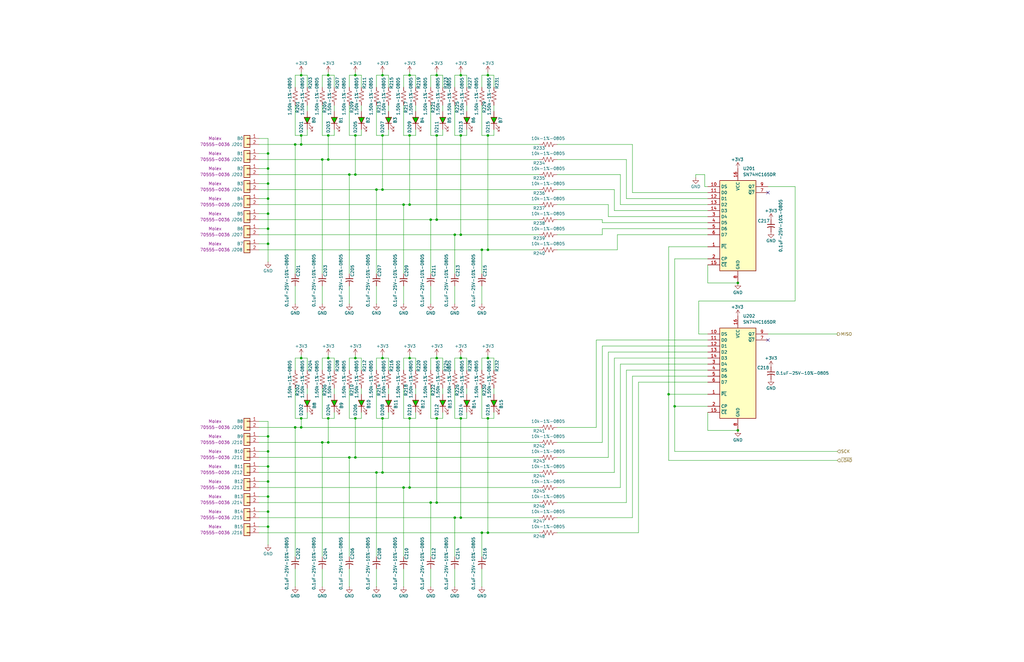
<source format=kicad_sch>
(kicad_sch (version 20250114) (generator "eeschema") (generator_version "9.0")
  (paper "B")
  (title_block (title "Pico Button Board") (date "2025-12-25") (rev "1"))
  (junction (at 138.43 151.13))
  (junction (at 172.72 205.74))
  (junction (at 113.03 64.77))
  (junction (at 127 57.15))
  (junction (at 149.86 193.04))
  (junction (at 127 180.34))
  (junction (at 113.03 215.9))
  (junction (at 205.74 224.79))
  (junction (at 149.86 57.15))
  (junction (at 191.77 99.06))
  (junction (at 138.43 31.75))
  (junction (at 138.43 176.53))
  (junction (at 194.31 151.13))
  (junction (at 113.03 71.12))
  (junction (at 161.29 57.15))
  (junction (at 281.94 166.37))
  (junction (at 194.31 218.44))
  (junction (at 127 151.13))
  (junction (at 194.31 57.15))
  (junction (at 205.74 151.13))
  (junction (at 113.03 222.25))
  (junction (at 135.89 186.69))
  (junction (at 113.03 90.17))
  (junction (at 149.86 176.53))
  (junction (at 124.46 60.96))
  (junction (at 161.29 80.01))
  (junction (at 172.72 151.13))
  (junction (at 184.15 151.13))
  (junction (at 311.15 181.61))
  (junction (at 194.31 31.75))
  (junction (at 205.74 31.75))
  (junction (at 184.15 176.53))
  (junction (at 172.72 176.53))
  (junction (at 161.29 176.53))
  (junction (at 149.86 151.13))
  (junction (at 113.03 196.85))
  (junction (at 170.18 205.74))
  (junction (at 172.72 57.15))
  (junction (at 113.03 96.52))
  (junction (at 205.74 176.53))
  (junction (at 205.74 105.41))
  (junction (at 113.03 102.87))
  (junction (at 113.03 184.15))
  (junction (at 127 60.96))
  (junction (at 203.2 224.79))
  (junction (at 284.48 171.45))
  (junction (at 138.43 67.31))
  (junction (at 161.29 151.13))
  (junction (at 127 31.75))
  (junction (at 181.61 212.09))
  (junction (at 113.03 83.82))
  (junction (at 184.15 31.75))
  (junction (at 191.77 218.44))
  (junction (at 127 176.53))
  (junction (at 135.89 67.31))
  (junction (at 184.15 212.09))
  (junction (at 147.32 73.66))
  (junction (at 161.29 199.39))
  (junction (at 158.75 80.01))
  (junction (at 184.15 92.71))
  (junction (at 113.03 190.5))
  (junction (at 161.29 31.75))
  (junction (at 194.31 176.53))
  (junction (at 113.03 77.47))
  (junction (at 113.03 203.2))
  (junction (at 194.31 99.06))
  (junction (at 124.46 180.34))
  (junction (at 172.72 86.36))
  (junction (at 149.86 73.66))
  (junction (at 149.86 31.75))
  (junction (at 205.74 57.15))
  (junction (at 170.18 86.36))
  (junction (at 203.2 105.41))
  (junction (at 138.43 186.69))
  (junction (at 184.15 57.15))
  (junction (at 158.75 199.39))
  (junction (at 172.72 31.75))
  (junction (at 181.61 92.71))
  (junction (at 147.32 193.04))
  (junction (at 113.03 209.55))
  (junction (at 138.43 57.15))
  (junction (at 311.15 119.38))
  (no_connect (at 323.85 81.28))
  (no_connect (at 323.85 143.51))
  (wire (pts (xy 254 93.98) (xy 254 92.71)))
  (wire (pts (xy 172.72 149.86) (xy 172.72 151.13)))
  (wire (pts (xy 298.45 78.74) (xy 297.18 78.74)))
  (wire (pts (xy 281.94 166.37) (xy 281.94 194.31)))
  (wire (pts (xy 181.61 163.83) (xy 181.61 176.53)))
  (wire (pts (xy 158.75 247.65) (xy 158.75 240.03)))
  (wire (pts (xy 124.46 163.83) (xy 124.46 176.53)))
  (wire (pts (xy 260.35 99.06) (xy 298.45 99.06)))
  (wire (pts (xy 135.89 151.13) (xy 138.43 151.13)))
  (wire (pts (xy 113.03 90.17) (xy 113.03 96.52)))
  (wire (pts (xy 109.22 212.09) (xy 181.61 212.09)))
  (wire (pts (xy 234.95 199.39) (xy 259.08 199.39)))
  (wire (pts (xy 124.46 128.27) (xy 124.46 120.65)))
  (wire (pts (xy 323.85 140.97) (xy 353.06 140.97)))
  (wire (pts (xy 149.86 73.66) (xy 227.33 73.66)))
  (wire (pts (xy 138.43 30.48) (xy 138.43 31.75)))
  (wire (pts (xy 260.35 105.41) (xy 260.35 99.06)))
  (wire (pts (xy 109.22 83.82) (xy 113.03 83.82)))
  (wire (pts (xy 186.69 31.75) (xy 186.69 36.83)))
  (wire (pts (xy 297.18 78.74) (xy 297.18 73.66)))
  (wire (pts (xy 113.03 96.52) (xy 113.03 102.87)))
  (wire (pts (xy 124.46 180.34) (xy 127 180.34)))
  (wire (pts (xy 191.77 163.83) (xy 191.77 176.53)))
  (wire (pts (xy 124.46 247.65) (xy 124.46 240.03)))
  (wire (pts (xy 109.22 90.17) (xy 113.03 90.17)))
  (wire (pts (xy 124.46 180.34) (xy 124.46 234.95)))
  (wire (pts (xy 194.31 218.44) (xy 227.33 218.44)))
  (wire (pts (xy 161.29 80.01) (xy 227.33 80.01)))
  (wire (pts (xy 129.54 44.45) (xy 129.54 46.99)))
  (wire (pts (xy 109.22 186.69) (xy 135.89 186.69)))
  (wire (pts (xy 254 99.06) (xy 254 96.52)))
  (wire (pts (xy 203.2 31.75) (xy 205.74 31.75)))
  (wire (pts (xy 203.2 31.75) (xy 203.2 36.83)))
  (wire (pts (xy 147.32 44.45) (xy 147.32 57.15)))
  (wire (pts (xy 135.89 151.13) (xy 135.89 156.21)))
  (wire (pts (xy 254 146.05) (xy 298.45 146.05)))
  (wire (pts (xy 124.46 151.13) (xy 127 151.13)))
  (wire (pts (xy 129.54 176.53) (xy 129.54 173.99)))
  (wire (pts (xy 161.29 199.39) (xy 227.33 199.39)))
  (wire (pts (xy 172.72 30.48) (xy 172.72 31.75)))
  (wire (pts (xy 194.31 57.15) (xy 196.85 57.15)))
  (wire (pts (xy 208.28 176.53) (xy 208.28 173.99)))
  (wire (pts (xy 109.22 193.04) (xy 147.32 193.04)))
  (wire (pts (xy 234.95 67.31) (xy 264.16 67.31)))
  (wire (pts (xy 170.18 31.75) (xy 170.18 36.83)))
  (wire (pts (xy 140.97 176.53) (xy 140.97 173.99)))
  (wire (pts (xy 138.43 151.13) (xy 140.97 151.13)))
  (wire (pts (xy 109.22 105.41) (xy 203.2 105.41)))
  (wire (pts (xy 284.48 171.45) (xy 298.45 171.45)))
  (wire (pts (xy 127 57.15) (xy 129.54 57.15)))
  (wire (pts (xy 161.29 57.15) (xy 163.83 57.15)))
  (wire (pts (xy 203.2 151.13) (xy 203.2 156.21)))
  (wire (pts (xy 140.97 57.15) (xy 140.97 54.61)))
  (wire (pts (xy 138.43 57.15) (xy 140.97 57.15)))
  (wire (pts (xy 259.08 88.9) (xy 298.45 88.9)))
  (wire (pts (xy 127 151.13) (xy 129.54 151.13)))
  (wire (pts (xy 335.28 78.74) (xy 335.28 127)))
  (wire (pts (xy 113.03 77.47) (xy 113.03 83.82)))
  (wire (pts (xy 127 149.86) (xy 127 151.13)))
  (wire (pts (xy 124.46 31.75) (xy 127 31.75)))
  (wire (pts (xy 149.86 151.13) (xy 152.4 151.13)))
  (wire (pts (xy 234.95 86.36) (xy 256.54 86.36)))
  (wire (pts (xy 109.22 218.44) (xy 191.77 218.44)))
  (wire (pts (xy 208.28 31.75) (xy 208.28 36.83)))
  (wire (pts (xy 284.48 190.5) (xy 353.06 190.5)))
  (wire (pts (xy 135.89 176.53) (xy 138.43 176.53)))
  (wire (pts (xy 135.89 186.69) (xy 138.43 186.69)))
  (wire (pts (xy 184.15 31.75) (xy 186.69 31.75)))
  (wire (pts (xy 109.22 102.87) (xy 113.03 102.87)))
  (wire (pts (xy 135.89 67.31) (xy 138.43 67.31)))
  (wire (pts (xy 234.95 105.41) (xy 260.35 105.41)))
  (wire (pts (xy 158.75 44.45) (xy 158.75 57.15)))
  (wire (pts (xy 298.45 119.38) (xy 311.15 119.38)))
  (wire (pts (xy 184.15 57.15) (xy 186.69 57.15)))
  (wire (pts (xy 294.64 140.97) (xy 298.45 140.97)))
  (wire (pts (xy 186.69 57.15) (xy 186.69 54.61)))
  (wire (pts (xy 181.61 92.71) (xy 181.61 115.57)))
  (wire (pts (xy 234.95 218.44) (xy 266.7 218.44)))
  (wire (pts (xy 163.83 151.13) (xy 163.83 156.21)))
  (wire (pts (xy 205.74 31.75) (xy 208.28 31.75)))
  (wire (pts (xy 175.26 151.13) (xy 175.26 156.21)))
  (wire (pts (xy 129.54 151.13) (xy 129.54 156.21)))
  (wire (pts (xy 163.83 31.75) (xy 163.83 36.83)))
  (wire (pts (xy 170.18 205.74) (xy 170.18 234.95)))
  (wire (pts (xy 184.15 92.71) (xy 227.33 92.71)))
  (wire (pts (xy 298.45 109.22) (xy 284.48 109.22)))
  (wire (pts (xy 284.48 171.45) (xy 284.48 190.5)))
  (wire (pts (xy 259.08 151.13) (xy 298.45 151.13)))
  (wire (pts (xy 234.95 99.06) (xy 254 99.06)))
  (wire (pts (xy 135.89 31.75) (xy 138.43 31.75)))
  (wire (pts (xy 181.61 92.71) (xy 184.15 92.71)))
  (wire (pts (xy 170.18 31.75) (xy 172.72 31.75)))
  (wire (pts (xy 181.61 247.65) (xy 181.61 240.03)))
  (wire (pts (xy 203.2 247.65) (xy 203.2 240.03)))
  (wire (pts (xy 140.97 163.83) (xy 140.97 166.37)))
  (wire (pts (xy 205.74 57.15) (xy 205.74 105.41)))
  (wire (pts (xy 256.54 91.44) (xy 298.45 91.44)))
  (wire (pts (xy 191.77 128.27) (xy 191.77 120.65)))
  (wire (pts (xy 203.2 105.41) (xy 205.74 105.41)))
  (wire (pts (xy 254 96.52) (xy 298.45 96.52)))
  (wire (pts (xy 127 30.48) (xy 127 31.75)))
  (wire (pts (xy 191.77 151.13) (xy 194.31 151.13)))
  (wire (pts (xy 266.7 81.28) (xy 298.45 81.28)))
  (wire (pts (xy 152.4 176.53) (xy 152.4 173.99)))
  (wire (pts (xy 149.86 176.53) (xy 152.4 176.53)))
  (wire (pts (xy 261.62 153.67) (xy 261.62 205.74)))
  (wire (pts (xy 161.29 57.15) (xy 161.29 80.01)))
  (wire (pts (xy 158.75 151.13) (xy 161.29 151.13)))
  (wire (pts (xy 158.75 128.27) (xy 158.75 120.65)))
  (wire (pts (xy 158.75 115.57) (xy 158.75 80.01)))
  (wire (pts (xy 191.77 31.75) (xy 194.31 31.75)))
  (wire (pts (xy 113.03 184.15) (xy 113.03 190.5)))
  (wire (pts (xy 184.15 30.48) (xy 184.15 31.75)))
  (wire (pts (xy 281.94 194.31) (xy 353.06 194.31)))
  (wire (pts (xy 152.4 31.75) (xy 152.4 36.83)))
  (wire (pts (xy 163.83 44.45) (xy 163.83 46.99)))
  (wire (pts (xy 184.15 212.09) (xy 227.33 212.09)))
  (wire (pts (xy 191.77 31.75) (xy 191.77 36.83)))
  (wire (pts (xy 234.95 180.34) (xy 251.46 180.34)))
  (wire (pts (xy 281.94 166.37) (xy 298.45 166.37)))
  (wire (pts (xy 135.89 128.27) (xy 135.89 120.65)))
  (wire (pts (xy 140.97 31.75) (xy 140.97 36.83)))
  (wire (pts (xy 196.85 57.15) (xy 196.85 54.61)))
  (wire (pts (xy 113.03 71.12) (xy 113.03 77.47)))
  (wire (pts (xy 281.94 104.14) (xy 281.94 166.37)))
  (wire (pts (xy 298.45 181.61) (xy 311.15 181.61)))
  (wire (pts (xy 269.24 161.29) (xy 298.45 161.29)))
  (wire (pts (xy 203.2 224.79) (xy 203.2 234.95)))
  (wire (pts (xy 127 180.34) (xy 227.33 180.34)))
  (wire (pts (xy 172.72 205.74) (xy 227.33 205.74)))
  (wire (pts (xy 234.95 193.04) (xy 256.54 193.04)))
  (wire (pts (xy 135.89 247.65) (xy 135.89 240.03)))
  (wire (pts (xy 135.89 115.57) (xy 135.89 67.31)))
  (wire (pts (xy 298.45 173.99) (xy 298.45 181.61)))
  (wire (pts (xy 113.03 58.42) (xy 113.03 64.77)))
  (wire (pts (xy 170.18 247.65) (xy 170.18 240.03)))
  (wire (pts (xy 194.31 30.48) (xy 194.31 31.75)))
  (wire (pts (xy 194.31 31.75) (xy 196.85 31.75)))
  (wire (pts (xy 124.46 57.15) (xy 127 57.15)))
  (wire (pts (xy 170.18 86.36) (xy 170.18 115.57)))
  (wire (pts (xy 135.89 234.95) (xy 135.89 186.69)))
  (wire (pts (xy 109.22 80.01) (xy 158.75 80.01)))
  (wire (pts (xy 147.32 234.95) (xy 147.32 193.04)))
  (wire (pts (xy 138.43 57.15) (xy 138.43 67.31)))
  (wire (pts (xy 196.85 44.45) (xy 196.85 46.99)))
  (wire (pts (xy 194.31 57.15) (xy 194.31 99.06)))
  (wire (pts (xy 147.32 247.65) (xy 147.32 240.03)))
  (wire (pts (xy 135.89 163.83) (xy 135.89 176.53)))
  (wire (pts (xy 113.03 209.55) (xy 113.03 215.9)))
  (wire (pts (xy 298.45 111.76) (xy 298.45 119.38)))
  (wire (pts (xy 191.77 218.44) (xy 194.31 218.44)))
  (wire (pts (xy 127 176.53) (xy 129.54 176.53)))
  (wire (pts (xy 251.46 143.51) (xy 298.45 143.51)))
  (wire (pts (xy 109.22 203.2) (xy 113.03 203.2)))
  (wire (pts (xy 109.22 190.5) (xy 113.03 190.5)))
  (wire (pts (xy 203.2 105.41) (xy 203.2 115.57)))
  (wire (pts (xy 109.22 64.77) (xy 113.03 64.77)))
  (wire (pts (xy 138.43 67.31) (xy 227.33 67.31)))
  (wire (pts (xy 109.22 209.55) (xy 113.03 209.55)))
  (wire (pts (xy 124.46 31.75) (xy 124.46 36.83)))
  (wire (pts (xy 186.69 163.83) (xy 186.69 166.37)))
  (wire (pts (xy 113.03 215.9) (xy 113.03 222.25)))
  (wire (pts (xy 158.75 31.75) (xy 161.29 31.75)))
  (wire (pts (xy 161.29 176.53) (xy 161.29 199.39)))
  (wire (pts (xy 256.54 148.59) (xy 298.45 148.59)))
  (wire (pts (xy 261.62 153.67) (xy 298.45 153.67)))
  (wire (pts (xy 127 57.15) (xy 127 60.96)))
  (wire (pts (xy 124.46 60.96) (xy 124.46 115.57)))
  (wire (pts (xy 138.43 31.75) (xy 140.97 31.75)))
  (wire (pts (xy 109.22 99.06) (xy 191.77 99.06)))
  (wire (pts (xy 172.72 176.53) (xy 175.26 176.53)))
  (wire (pts (xy 161.29 151.13) (xy 163.83 151.13)))
  (wire (pts (xy 234.95 92.71) (xy 254 92.71)))
  (wire (pts (xy 124.46 60.96) (xy 127 60.96)))
  (wire (pts (xy 109.22 222.25) (xy 113.03 222.25)))
  (wire (pts (xy 147.32 151.13) (xy 147.32 156.21)))
  (wire (pts (xy 158.75 176.53) (xy 161.29 176.53)))
  (wire (pts (xy 234.95 73.66) (xy 261.62 73.66)))
  (wire (pts (xy 184.15 149.86) (xy 184.15 151.13)))
  (wire (pts (xy 109.22 86.36) (xy 170.18 86.36)))
  (wire (pts (xy 172.72 31.75) (xy 175.26 31.75)))
  (wire (pts (xy 135.89 44.45) (xy 135.89 57.15)))
  (wire (pts (xy 191.77 57.15) (xy 194.31 57.15)))
  (wire (pts (xy 194.31 176.53) (xy 196.85 176.53)))
  (wire (pts (xy 163.83 176.53) (xy 163.83 173.99)))
  (wire (pts (xy 109.22 177.8) (xy 113.03 177.8)))
  (wire (pts (xy 170.18 86.36) (xy 172.72 86.36)))
  (wire (pts (xy 196.85 151.13) (xy 196.85 156.21)))
  (wire (pts (xy 191.77 44.45) (xy 191.77 57.15)))
  (wire (pts (xy 113.03 64.77) (xy 113.03 71.12)))
  (wire (pts (xy 163.83 163.83) (xy 163.83 166.37)))
  (wire (pts (xy 129.54 163.83) (xy 129.54 166.37)))
  (wire (pts (xy 184.15 176.53) (xy 186.69 176.53)))
  (wire (pts (xy 158.75 80.01) (xy 161.29 80.01)))
  (wire (pts (xy 152.4 57.15) (xy 152.4 54.61)))
  (wire (pts (xy 113.03 203.2) (xy 113.03 209.55)))
  (wire (pts (xy 205.74 224.79) (xy 227.33 224.79)))
  (wire (pts (xy 135.89 31.75) (xy 135.89 36.83)))
  (wire (pts (xy 170.18 151.13) (xy 172.72 151.13)))
  (wire (pts (xy 113.03 83.82) (xy 113.03 90.17)))
  (wire (pts (xy 109.22 67.31) (xy 135.89 67.31)))
  (wire (pts (xy 264.16 67.31) (xy 264.16 83.82)))
  (wire (pts (xy 203.2 224.79) (xy 205.74 224.79)))
  (wire (pts (xy 149.86 193.04) (xy 227.33 193.04)))
  (wire (pts (xy 181.61 212.09) (xy 181.61 234.95)))
  (wire (pts (xy 205.74 176.53) (xy 205.74 224.79)))
  (wire (pts (xy 172.72 151.13) (xy 175.26 151.13)))
  (wire (pts (xy 129.54 31.75) (xy 129.54 36.83)))
  (wire (pts (xy 124.46 151.13) (xy 124.46 156.21)))
  (wire (pts (xy 147.32 31.75) (xy 147.32 36.83)))
  (wire (pts (xy 163.83 57.15) (xy 163.83 54.61)))
  (wire (pts (xy 109.22 71.12) (xy 113.03 71.12)))
  (wire (pts (xy 196.85 163.83) (xy 196.85 166.37)))
  (wire (pts (xy 149.86 57.15) (xy 149.86 73.66)))
  (wire (pts (xy 175.26 44.45) (xy 175.26 46.99)))
  (wire (pts (xy 113.03 190.5) (xy 113.03 196.85)))
  (wire (pts (xy 191.77 218.44) (xy 191.77 234.95)))
  (wire (pts (xy 203.2 44.45) (xy 203.2 57.15)))
  (wire (pts (xy 264.16 83.82) (xy 298.45 83.82)))
  (wire (pts (xy 251.46 143.51) (xy 251.46 180.34)))
  (wire (pts (xy 191.77 151.13) (xy 191.77 156.21)))
  (wire (pts (xy 184.15 151.13) (xy 186.69 151.13)))
  (wire (pts (xy 234.95 60.96) (xy 266.7 60.96)))
  (wire (pts (xy 109.22 92.71) (xy 181.61 92.71)))
  (wire (pts (xy 138.43 149.86) (xy 138.43 151.13)))
  (wire (pts (xy 205.74 149.86) (xy 205.74 151.13)))
  (wire (pts (xy 254 93.98) (xy 298.45 93.98)))
  (wire (pts (xy 149.86 149.86) (xy 149.86 151.13)))
  (wire (pts (xy 181.61 31.75) (xy 184.15 31.75)))
  (wire (pts (xy 147.32 193.04) (xy 149.86 193.04)))
  (wire (pts (xy 186.69 176.53) (xy 186.69 173.99)))
  (wire (pts (xy 170.18 128.27) (xy 170.18 120.65)))
  (wire (pts (xy 109.22 196.85) (xy 113.03 196.85)))
  (wire (pts (xy 113.03 177.8) (xy 113.03 184.15)))
  (wire (pts (xy 127 176.53) (xy 127 180.34)))
  (wire (pts (xy 158.75 31.75) (xy 158.75 36.83)))
  (wire (pts (xy 269.24 224.79) (xy 269.24 161.29)))
  (wire (pts (xy 147.32 176.53) (xy 149.86 176.53)))
  (wire (pts (xy 172.72 57.15) (xy 175.26 57.15)))
  (wire (pts (xy 124.46 176.53) (xy 127 176.53)))
  (wire (pts (xy 147.32 115.57) (xy 147.32 73.66)))
  (wire (pts (xy 109.22 224.79) (xy 203.2 224.79)))
  (wire (pts (xy 208.28 57.15) (xy 208.28 54.61)))
  (wire (pts (xy 109.22 58.42) (xy 113.03 58.42)))
  (wire (pts (xy 205.74 57.15) (xy 208.28 57.15)))
  (wire (pts (xy 109.22 184.15) (xy 113.03 184.15)))
  (wire (pts (xy 266.7 158.75) (xy 298.45 158.75)))
  (wire (pts (xy 261.62 73.66) (xy 261.62 86.36)))
  (wire (pts (xy 256.54 86.36) (xy 256.54 91.44)))
  (wire (pts (xy 149.86 31.75) (xy 152.4 31.75)))
  (wire (pts (xy 147.32 163.83) (xy 147.32 176.53)))
  (wire (pts (xy 113.03 196.85) (xy 113.03 203.2)))
  (wire (pts (xy 109.22 205.74) (xy 170.18 205.74)))
  (wire (pts (xy 264.16 156.21) (xy 264.16 212.09)))
  (wire (pts (xy 170.18 44.45) (xy 170.18 57.15)))
  (wire (pts (xy 254 146.05) (xy 254 186.69)))
  (wire (pts (xy 147.32 57.15) (xy 149.86 57.15)))
  (wire (pts (xy 149.86 30.48) (xy 149.86 31.75)))
  (wire (pts (xy 149.86 57.15) (xy 152.4 57.15)))
  (wire (pts (xy 175.26 163.83) (xy 175.26 166.37)))
  (wire (pts (xy 297.18 73.66) (xy 293.37 73.66)))
  (wire (pts (xy 196.85 176.53) (xy 196.85 173.99)))
  (wire (pts (xy 127 31.75) (xy 129.54 31.75)))
  (wire (pts (xy 266.7 158.75) (xy 266.7 218.44)))
  (wire (pts (xy 152.4 44.45) (xy 152.4 46.99)))
  (wire (pts (xy 208.28 163.83) (xy 208.28 166.37)))
  (wire (pts (xy 203.2 128.27) (xy 203.2 120.65)))
  (wire (pts (xy 147.32 31.75) (xy 149.86 31.75)))
  (wire (pts (xy 161.29 149.86) (xy 161.29 151.13)))
  (wire (pts (xy 147.32 73.66) (xy 149.86 73.66)))
  (wire (pts (xy 170.18 151.13) (xy 170.18 156.21)))
  (wire (pts (xy 194.31 151.13) (xy 196.85 151.13)))
  (wire (pts (xy 140.97 44.45) (xy 140.97 46.99)))
  (wire (pts (xy 152.4 163.83) (xy 152.4 166.37)))
  (wire (pts (xy 323.85 78.74) (xy 335.28 78.74)))
  (wire (pts (xy 191.77 99.06) (xy 191.77 115.57)))
  (wire (pts (xy 205.74 105.41) (xy 227.33 105.41)))
  (wire (pts (xy 152.4 151.13) (xy 152.4 156.21)))
  (wire (pts (xy 109.22 180.34) (xy 124.46 180.34)))
  (wire (pts (xy 208.28 44.45) (xy 208.28 46.99)))
  (wire (pts (xy 294.64 127) (xy 294.64 140.97)))
  (wire (pts (xy 191.77 247.65) (xy 191.77 240.03)))
  (wire (pts (xy 234.95 80.01) (xy 259.08 80.01)))
  (wire (pts (xy 172.72 57.15) (xy 172.72 86.36)))
  (wire (pts (xy 170.18 163.83) (xy 170.18 176.53)))
  (wire (pts (xy 129.54 57.15) (xy 129.54 54.61)))
  (wire (pts (xy 138.43 176.53) (xy 140.97 176.53)))
  (wire (pts (xy 335.28 127) (xy 294.64 127)))
  (wire (pts (xy 109.22 60.96) (xy 124.46 60.96)))
  (wire (pts (xy 191.77 99.06) (xy 194.31 99.06)))
  (wire (pts (xy 172.72 176.53) (xy 172.72 205.74)))
  (wire (pts (xy 158.75 151.13) (xy 158.75 156.21)))
  (wire (pts (xy 158.75 199.39) (xy 161.29 199.39)))
  (wire (pts (xy 109.22 215.9) (xy 113.03 215.9)))
  (wire (pts (xy 205.74 176.53) (xy 208.28 176.53)))
  (wire (pts (xy 170.18 205.74) (xy 172.72 205.74)))
  (wire (pts (xy 203.2 57.15) (xy 205.74 57.15)))
  (wire (pts (xy 298.45 104.14) (xy 281.94 104.14)))
  (wire (pts (xy 109.22 77.47) (xy 113.03 77.47)))
  (wire (pts (xy 194.31 176.53) (xy 194.31 218.44)))
  (wire (pts (xy 194.31 149.86) (xy 194.31 151.13)))
  (wire (pts (xy 266.7 60.96) (xy 266.7 81.28)))
  (wire (pts (xy 181.61 44.45) (xy 181.61 57.15)))
  (wire (pts (xy 181.61 176.53) (xy 184.15 176.53)))
  (wire (pts (xy 205.74 30.48) (xy 205.74 31.75)))
  (wire (pts (xy 203.2 151.13) (xy 205.74 151.13)))
  (wire (pts (xy 149.86 176.53) (xy 149.86 193.04)))
  (wire (pts (xy 181.61 128.27) (xy 181.61 120.65)))
  (wire (pts (xy 264.16 156.21) (xy 298.45 156.21)))
  (wire (pts (xy 158.75 57.15) (xy 161.29 57.15)))
  (wire (pts (xy 203.2 176.53) (xy 205.74 176.53)))
  (wire (pts (xy 113.03 222.25) (xy 113.03 229.87)))
  (wire (pts (xy 186.69 44.45) (xy 186.69 46.99)))
  (wire (pts (xy 170.18 176.53) (xy 172.72 176.53)))
  (wire (pts (xy 261.62 86.36) (xy 298.45 86.36)))
  (wire (pts (xy 234.95 212.09) (xy 264.16 212.09)))
  (wire (pts (xy 135.89 57.15) (xy 138.43 57.15)))
  (wire (pts (xy 191.77 176.53) (xy 194.31 176.53)))
  (wire (pts (xy 186.69 151.13) (xy 186.69 156.21)))
  (wire (pts (xy 181.61 151.13) (xy 184.15 151.13)))
  (wire (pts (xy 124.46 44.45) (xy 124.46 57.15)))
  (wire (pts (xy 181.61 151.13) (xy 181.61 156.21)))
  (wire (pts (xy 113.03 102.87) (xy 113.03 110.49)))
  (wire (pts (xy 203.2 163.83) (xy 203.2 176.53)))
  (wire (pts (xy 234.95 224.79) (xy 269.24 224.79)))
  (wire (pts (xy 256.54 148.59) (xy 256.54 193.04)))
  (wire (pts (xy 109.22 199.39) (xy 158.75 199.39)))
  (wire (pts (xy 147.32 128.27) (xy 147.32 120.65)))
  (wire (pts (xy 208.28 151.13) (xy 208.28 156.21)))
  (wire (pts (xy 181.61 212.09) (xy 184.15 212.09)))
  (wire (pts (xy 140.97 151.13) (xy 140.97 156.21)))
  (wire (pts (xy 181.61 31.75) (xy 181.61 36.83)))
  (wire (pts (xy 138.43 186.69) (xy 227.33 186.69)))
  (wire (pts (xy 175.26 176.53) (xy 175.26 173.99)))
  (wire (pts (xy 196.85 31.75) (xy 196.85 36.83)))
  (wire (pts (xy 194.31 99.06) (xy 227.33 99.06)))
  (wire (pts (xy 127 60.96) (xy 227.33 60.96)))
  (wire (pts (xy 109.22 96.52) (xy 113.03 96.52)))
  (wire (pts (xy 234.95 186.69) (xy 254 186.69)))
  (wire (pts (xy 181.61 57.15) (xy 184.15 57.15)))
  (wire (pts (xy 205.74 151.13) (xy 208.28 151.13)))
  (wire (pts (xy 158.75 234.95) (xy 158.75 199.39)))
  (wire (pts (xy 147.32 151.13) (xy 149.86 151.13)))
  (wire (pts (xy 109.22 73.66) (xy 147.32 73.66)))
  (wire (pts (xy 158.75 163.83) (xy 158.75 176.53)))
  (wire (pts (xy 234.95 205.74) (xy 261.62 205.74)))
  (wire (pts (xy 175.26 57.15) (xy 175.26 54.61)))
  (wire (pts (xy 161.29 176.53) (xy 163.83 176.53)))
  (wire (pts (xy 259.08 151.13) (xy 259.08 199.39)))
  (wire (pts (xy 161.29 30.48) (xy 161.29 31.75)))
  (wire (pts (xy 259.08 80.01) (xy 259.08 88.9)))
  (wire (pts (xy 172.72 86.36) (xy 227.33 86.36)))
  (wire (pts (xy 161.29 31.75) (xy 163.83 31.75)))
  (wire (pts (xy 293.37 73.66) (xy 293.37 74.93)))
  (wire (pts (xy 184.15 176.53) (xy 184.15 212.09)))
  (wire (pts (xy 170.18 57.15) (xy 172.72 57.15)))
  (wire (pts (xy 175.26 31.75) (xy 175.26 36.83)))
  (wire (pts (xy 284.48 109.22) (xy 284.48 171.45)))
  (wire (pts (xy 184.15 57.15) (xy 184.15 92.71)))
  (wire (pts (xy 138.43 176.53) (xy 138.43 186.69)))
  (hierarchical_label "MISO" (shape output) (at 353.06 140.97 0))
  (hierarchical_label "SCK" (shape input) (at 353.06 190.5 0))
  (hierarchical_label "~{LOAD}" (shape input) (at 353.06 194.31 0))
  (symbol (lib_id "Device:R_US") (at 140.97 40.64 0) (unit 1)
    (property "Reference" "R207" (at 142.24 37.592 90) (effects (justify left)))
    (property "Value" "1.50k-1%-0805" (at 138.938 40.64 90))
    (property "Footprint" "Resistor_SMD:R_0805_2012Metric_Pad1.20x1.40mm_HandSolder" (effects (hide yes)))
    (property "Description" "Resistor, US symbol" (effects (hide yes)))
    (property "MFG" "YAGEO" (effects (hide yes)))
    (property "MFG P/N" "RC0805FR-071K5L" (effects (hide yes)))
    (property "DIST" "Digikey" (effects (hide yes)))
    (property "DIST P/N" "311-1.50KCRCT-ND" (effects (hide yes)))
  )
  (symbol (lib_id "Device:R_US") (at 152.4 40.64 0) (unit 1)
    (property "Reference" "R211" (at 153.67 37.592 90) (effects (justify left)))
    (property "Value" "1.50k-1%-0805" (at 150.368 40.64 90))
    (property "Footprint" "Resistor_SMD:R_0805_2012Metric_Pad1.20x1.40mm_HandSolder" (effects (hide yes)))
    (property "Description" "Resistor, US symbol" (effects (hide yes)))
    (property "MFG" "YAGEO" (effects (hide yes)))
    (property "MFG P/N" "RC0805FR-071K5L" (effects (hide yes)))
    (property "DIST" "Digikey" (effects (hide yes)))
    (property "DIST P/N" "311-1.50KCRCT-ND" (effects (hide yes)))
  )
  (symbol (lib_id "Device:R_US") (at 231.14 92.71 90) (unit 1)
    (property "Reference" "R238" (at 227.33 94.234 90))
    (property "Value" "10k-1%-0805" (at 231.14 90.17 90))
    (property "Footprint" "Resistor_SMD:R_0805_2012Metric_Pad1.20x1.40mm_HandSolder" (effects (hide yes)))
    (property "Description" "Resistor, US symbol" (effects (hide yes)))
    (property "MFG" "Vishay Dale" (effects (hide yes)))
    (property "MFG P/N" "CRCW080510K0FKEA" (effects (hide yes)))
    (property "DIST" "Digikey" (effects (hide yes)))
    (property "DIST P/N" "541-10.0KCCT-ND" (effects (hide yes)))
  )
  (symbol (lib_id "Device:R_US") (at 231.14 86.36 90) (unit 1)
    (property "Reference" "R237" (at 227.33 87.884 90))
    (property "Value" "10k-1%-0805" (at 231.14 83.82 90))
    (property "Footprint" "Resistor_SMD:R_0805_2012Metric_Pad1.20x1.40mm_HandSolder" (effects (hide yes)))
    (property "Description" "Resistor, US symbol" (effects (hide yes)))
    (property "MFG" "Vishay Dale" (effects (hide yes)))
    (property "MFG P/N" "CRCW080510K0FKEA" (effects (hide yes)))
    (property "DIST" "Digikey" (effects (hide yes)))
    (property "DIST P/N" "541-10.0KCCT-ND" (effects (hide yes)))
  )
  (symbol (lib_id "Device:R_US") (at 135.89 40.64 0) (unit 1)
    (property "Reference" "R205" (at 136.906 42.672 90) (effects (justify right)))
    (property "Value" "1.50k-1%-0805" (at 133.604 40.64 90))
    (property "Footprint" "Resistor_SMD:R_0805_2012Metric_Pad1.20x1.40mm_HandSolder" (effects (hide yes)))
    (property "Description" "Resistor, US symbol" (effects (hide yes)))
    (property "MFG" "YAGEO" (effects (hide yes)))
    (property "MFG P/N" "RC0805FR-071K5L" (effects (hide yes)))
    (property "DIST" "Digikey" (effects (hide yes)))
    (property "DIST P/N" "311-1.50KCRCT-ND" (effects (hide yes)))
  )
  (symbol (lib_id "power:+3V3") (at 325.12 154.94 0) (mirror y) (unit 1)
    (property "Reference" "#PWR0242" (effects (hide yes)))
    (property "Value" "+3V3" (at 325.12 151.13 0))
  )
  (symbol (lib_id "Connector_Generic:Conn_01x02") (at 104.14 64.77 0) (mirror y) (unit 1)
    (property "Reference" "J202" (at 102.362 67.31 0) (effects (justify left)))
    (property "Value" "B1" (at 102.616 64.77 0) (effects (justify left)))
    (property "Footprint" "Pico-ButtonBoard:Molex-70555-0036" (effects (hide yes)))
    (property "Datasheet" "Components/Molex-70555-0001.pdf" (effects (hide yes)))
    (property "MFG" "Molex" (at 90.678 64.77 0))
    (property "MFG P/N" "70555-0036" (at 90.678 67.31 0))
    (property "DIST" "Digikey" (effects (hide yes)))
    (property "DIST P/N" "WM4175-ND" (effects (hide yes)))
  )
  (symbol (lib_id "Device:LED") (at 140.97 170.18 90) (unit 1)
    (property "Reference" "D204" (at 138.43 170.434 0) (effects (justify right)))
    (property "Value" "B9" (at 144.018 172.466 0) (effects (justify left)))
    (property "Footprint" "LED_SMD:LED_1206_3216Metric" (effects (hide yes)))
    (property "Datasheet" "Components/Everlight-QTLP650(C,D)-2,3,4,7,B.pdf" (effects (hide yes)))
    (property "Description" "Light emitting diode" (effects (hide yes)))
    (property "Sim.Pins" "1=K 2=A" (effects (hide yes)))
    (property "DIST" "Digikey" (effects (hide yes)))
    (property "DIST P/N" "1080-1419-1-ND" (effects (hide yes)))
    (property "MFG" "Everlight" (effects (hide yes)))
    (property "MFG P/N" "QTLP650D4TR/QT15-21SYGD/S530-E2/TR8" (effects (hide yes)))
  )
  (symbol (lib_id "Device:LED") (at 152.4 50.8 90) (unit 1)
    (property "Reference" "D205" (at 149.86 51.054 0) (effects (justify right)))
    (property "Value" "B2" (at 155.194 52.07 0) (effects (justify left)))
    (property "Footprint" "LED_SMD:LED_1206_3216Metric" (effects (hide yes)))
    (property "Datasheet" "Components/Everlight-QTLP650(C,D)-2,3,4,7,B.pdf" (effects (hide yes)))
    (property "Description" "Light emitting diode" (effects (hide yes)))
    (property "Sim.Pins" "1=K 2=A" (effects (hide yes)))
    (property "DIST" "Digikey" (effects (hide yes)))
    (property "DIST P/N" "1080-1419-1-ND" (effects (hide yes)))
    (property "MFG" "Everlight" (effects (hide yes)))
    (property "MFG P/N" "QTLP650D4TR/QT15-21SYGD/S530-E2/TR8" (effects (hide yes)))
  )
  (symbol (lib_id "Device:R_US") (at 208.28 160.02 0) (unit 1)
    (property "Reference" "R232" (at 209.55 156.972 90) (effects (justify left)))
    (property "Value" "1.50k-1%-0805" (at 206.248 160.02 90))
    (property "Footprint" "Resistor_SMD:R_0805_2012Metric_Pad1.20x1.40mm_HandSolder" (effects (hide yes)))
    (property "Description" "Resistor, US symbol" (effects (hide yes)))
    (property "MFG" "YAGEO" (effects (hide yes)))
    (property "MFG P/N" "RC0805FR-071K5L" (effects (hide yes)))
    (property "DIST" "Digikey" (effects (hide yes)))
    (property "DIST P/N" "311-1.50KCRCT-ND" (effects (hide yes)))
  )
  (symbol (lib_id "Device:C_Small_US") (at 124.46 237.49 0) (unit 1)
    (property "Reference" "C202" (at 125.73 236.22 90) (effects (justify left)))
    (property "Value" "0.1uF-25V-10%-0805" (at 120.904 237.744 90))
    (property "Footprint" "Capacitor_SMD:C_0805_2012Metric_Pad1.18x1.45mm_HandSolder" (effects (hide yes)))
    (property "Description" "capacitor, small US symbol" (effects (hide yes)))
    (property "LCSC Part #" "C519981" (effects (hide yes)))
    (property "DIST" "Digikey" (effects (hide yes)))
    (property "DIST P/N" "CC0805KRX7R8BB104" (effects (hide yes)))
    (property "MFG" "YAGEO" (effects (hide yes)))
    (property "MFG P/N" "311-1141-1-ND" (effects (hide yes)))
  )
  (symbol (lib_id "Device:R_US") (at 196.85 40.64 0) (unit 1)
    (property "Reference" "R227" (at 198.12 37.592 90) (effects (justify left)))
    (property "Value" "1.50k-1%-0805" (at 194.818 40.64 90))
    (property "Footprint" "Resistor_SMD:R_0805_2012Metric_Pad1.20x1.40mm_HandSolder" (effects (hide yes)))
    (property "Description" "Resistor, US symbol" (effects (hide yes)))
    (property "MFG" "YAGEO" (effects (hide yes)))
    (property "MFG P/N" "RC0805FR-071K5L" (effects (hide yes)))
    (property "DIST" "Digikey" (effects (hide yes)))
    (property "DIST P/N" "311-1.50KCRCT-ND" (effects (hide yes)))
  )
  (symbol (lib_id "power:+3V3") (at 194.31 149.86 0) (mirror y) (unit 1)
    (property "Reference" "#PWR0230" (effects (hide yes)))
    (property "Value" "+3V3" (at 194.31 146.05 0))
  )
  (symbol (lib_id "Device:R_US") (at 170.18 160.02 0) (unit 1)
    (property "Reference" "R218" (at 171.196 162.052 90) (effects (justify right)))
    (property "Value" "1.50k-1%-0805" (at 167.894 160.02 90))
    (property "Footprint" "Resistor_SMD:R_0805_2012Metric_Pad1.20x1.40mm_HandSolder" (effects (hide yes)))
    (property "Description" "Resistor, US symbol" (effects (hide yes)))
    (property "MFG" "YAGEO" (effects (hide yes)))
    (property "MFG P/N" "RC0805FR-071K5L" (effects (hide yes)))
    (property "DIST" "Digikey" (effects (hide yes)))
    (property "DIST P/N" "311-1.50KCRCT-ND" (effects (hide yes)))
  )
  (symbol (lib_id "power:+3V3") (at 149.86 149.86 0) (mirror y) (unit 1)
    (property "Reference" "#PWR0214" (effects (hide yes)))
    (property "Value" "+3V3" (at 149.86 146.05 0))
  )
  (symbol (lib_id "power:+3V3") (at 205.74 149.86 0) (mirror y) (unit 1)
    (property "Reference" "#PWR0234" (effects (hide yes)))
    (property "Value" "+3V3" (at 205.74 146.05 0))
  )
  (symbol (lib_id "Device:R_US") (at 124.46 160.02 0) (unit 1)
    (property "Reference" "R202" (at 125.476 162.052 90) (effects (justify right)))
    (property "Value" "1.50k-1%-0805" (at 122.174 160.02 90))
    (property "Footprint" "Resistor_SMD:R_0805_2012Metric_Pad1.20x1.40mm_HandSolder" (effects (hide yes)))
    (property "Description" "Resistor, US symbol" (effects (hide yes)))
    (property "MFG" "YAGEO" (effects (hide yes)))
    (property "MFG P/N" "RC0805FR-071K5L" (effects (hide yes)))
    (property "DIST" "Digikey" (effects (hide yes)))
    (property "DIST P/N" "311-1.50KCRCT-ND" (effects (hide yes)))
  )
  (symbol (lib_id "power:+3V3") (at 184.15 30.48 0) (mirror y) (unit 1)
    (property "Reference" "#PWR0225" (effects (hide yes)))
    (property "Value" "+3V3" (at 184.15 26.67 0))
  )
  (symbol (lib_id "Device:R_US") (at 231.14 105.41 90) (unit 1)
    (property "Reference" "R240" (at 227.33 106.934 90))
    (property "Value" "10k-1%-0805" (at 231.14 102.87 90))
    (property "Footprint" "Resistor_SMD:R_0805_2012Metric_Pad1.20x1.40mm_HandSolder" (effects (hide yes)))
    (property "Description" "Resistor, US symbol" (effects (hide yes)))
    (property "MFG" "Vishay Dale" (effects (hide yes)))
    (property "MFG P/N" "CRCW080510K0FKEA" (effects (hide yes)))
    (property "DIST" "Digikey" (effects (hide yes)))
    (property "DIST P/N" "541-10.0KCCT-ND" (effects (hide yes)))
  )
  (symbol (lib_id "power:GND") (at 311.15 181.61 0) (unit 1)
    (property "Reference" "#PWR0239" (effects (hide yes)))
    (property "Value" "GND" (at 311.15 185.674 0))
    (property "Description" "Power symbol creates a global label with name \"GND\" , ground" (effects (hide yes)))
  )
  (symbol (lib_id "Device:LED") (at 186.69 170.18 90) (unit 1)
    (property "Reference" "D212" (at 184.15 170.434 0) (effects (justify right)))
    (property "Value" "B13" (at 189.738 172.466 0) (effects (justify left)))
    (property "Footprint" "LED_SMD:LED_1206_3216Metric" (effects (hide yes)))
    (property "Datasheet" "Components/Everlight-QTLP650(C,D)-2,3,4,7,B.pdf" (effects (hide yes)))
    (property "Description" "Light emitting diode" (effects (hide yes)))
    (property "Sim.Pins" "1=K 2=A" (effects (hide yes)))
    (property "DIST" "Digikey" (effects (hide yes)))
    (property "DIST P/N" "1080-1419-1-ND" (effects (hide yes)))
    (property "MFG" "Everlight" (effects (hide yes)))
    (property "MFG P/N" "QTLP650D4TR/QT15-21SYGD/S530-E2/TR8" (effects (hide yes)))
  )
  (symbol (lib_id "Device:LED") (at 186.69 50.8 90) (unit 1)
    (property "Reference" "D211" (at 184.15 51.054 0) (effects (justify right)))
    (property "Value" "B5" (at 189.484 52.07 0) (effects (justify left)))
    (property "Footprint" "LED_SMD:LED_1206_3216Metric" (effects (hide yes)))
    (property "Datasheet" "Components/Everlight-QTLP650(C,D)-2,3,4,7,B.pdf" (effects (hide yes)))
    (property "Description" "Light emitting diode" (effects (hide yes)))
    (property "Sim.Pins" "1=K 2=A" (effects (hide yes)))
    (property "DIST" "Digikey" (effects (hide yes)))
    (property "DIST P/N" "1080-1419-1-ND" (effects (hide yes)))
    (property "MFG" "Everlight" (effects (hide yes)))
    (property "MFG P/N" "QTLP650D4TR/QT15-21SYGD/S530-E2/TR8" (effects (hide yes)))
  )
  (symbol (lib_id "Device:C_Small_US") (at 158.75 237.49 0) (unit 1)
    (property "Reference" "C208" (at 160.02 236.22 90) (effects (justify left)))
    (property "Value" "0.1uF-25V-10%-0805" (at 155.194 237.744 90))
    (property "Footprint" "Capacitor_SMD:C_0805_2012Metric_Pad1.18x1.45mm_HandSolder" (effects (hide yes)))
    (property "Description" "capacitor, small US symbol" (effects (hide yes)))
    (property "LCSC Part #" "C519981" (effects (hide yes)))
    (property "DIST" "Digikey" (effects (hide yes)))
    (property "DIST P/N" "CC0805KRX7R8BB104" (effects (hide yes)))
    (property "MFG" "YAGEO" (effects (hide yes)))
    (property "MFG P/N" "311-1141-1-ND" (effects (hide yes)))
  )
  (symbol (lib_id "Connector_Generic:Conn_01x02") (at 104.14 77.47 0) (mirror y) (unit 1)
    (property "Reference" "J204" (at 102.362 80.01 0) (effects (justify left)))
    (property "Value" "B3" (at 102.616 77.47 0) (effects (justify left)))
    (property "Footprint" "Pico-ButtonBoard:Molex-70555-0036" (effects (hide yes)))
    (property "Datasheet" "Components/Molex-70555-0001.pdf" (effects (hide yes)))
    (property "MFG" "Molex" (at 90.678 77.47 0))
    (property "MFG P/N" "70555-0036" (at 90.678 80.01 0))
    (property "DIST" "Digikey" (effects (hide yes)))
    (property "DIST P/N" "WM4175-ND" (effects (hide yes)))
  )
  (symbol (lib_id "power:GND") (at 158.75 247.65 0) (unit 1)
    (property "Reference" "#PWR0216" (effects (hide yes)))
    (property "Value" "GND" (at 158.75 251.46 0))
  )
  (symbol (lib_id "power:+3V3") (at 311.15 71.12 0) (unit 1)
    (property "Reference" "#PWR0236" (effects (hide yes)))
    (property "Value" "+3V3" (at 310.896 67.31 0))
    (property "Description" "Power symbol creates a global label with name \"+3V3\"" (effects (hide yes)))
  )
  (symbol (lib_id "power:GND") (at 135.89 128.27 0) (unit 1)
    (property "Reference" "#PWR0207" (effects (hide yes)))
    (property "Value" "GND" (at 135.89 132.08 0))
  )
  (symbol (lib_id "power:+3V3") (at 138.43 30.48 0) (mirror y) (unit 1)
    (property "Reference" "#PWR0209" (effects (hide yes)))
    (property "Value" "+3V3" (at 138.43 26.67 0))
  )
  (symbol (lib_id "Device:C_Small_US") (at 325.12 157.48 0) (mirror y) (unit 1)
    (property "Reference" "C218" (at 324.358 155.194 0) (effects (justify left)))
    (property "Value" "0.1uF-25V-10%-0805" (at 327.152 157.48 0) (effects (justify right)))
    (property "Footprint" "Capacitor_SMD:C_0805_2012Metric_Pad1.18x1.45mm_HandSolder" (effects (hide yes)))
    (property "Description" "capacitor, small US symbol" (effects (hide yes)))
    (property "LCSC Part #" "C519981" (effects (hide yes)))
    (property "DIST" "Digikey" (effects (hide yes)))
    (property "DIST P/N" "CC0805KRX7R8BB104" (effects (hide yes)))
    (property "MFG" "YAGEO" (effects (hide yes)))
    (property "MFG P/N" "311-1141-1-ND" (effects (hide yes)))
  )
  (symbol (lib_id "power:GND") (at 203.2 247.65 0) (unit 1)
    (property "Reference" "#PWR0232" (effects (hide yes)))
    (property "Value" "GND" (at 203.2 251.46 0))
  )
  (symbol (lib_id "Connector_Generic:Conn_01x02") (at 104.14 184.15 0) (mirror y) (unit 1)
    (property "Reference" "J210" (at 102.362 186.69 0) (effects (justify left)))
    (property "Value" "B9" (at 102.616 184.15 0) (effects (justify left)))
    (property "Footprint" "Pico-ButtonBoard:Molex-70555-0036" (effects (hide yes)))
    (property "Datasheet" "Components/Molex-70555-0001.pdf" (effects (hide yes)))
    (property "MFG" "Molex" (at 90.678 184.15 0))
    (property "MFG P/N" "70555-0036" (at 90.678 186.69 0))
    (property "DIST" "Digikey" (effects (hide yes)))
    (property "DIST P/N" "WM4175-ND" (effects (hide yes)))
  )
  (symbol (lib_id "Connector_Generic:Conn_01x02") (at 104.14 90.17 0) (mirror y) (unit 1)
    (property "Reference" "J206" (at 102.362 92.71 0) (effects (justify left)))
    (property "Value" "B5" (at 102.616 90.17 0) (effects (justify left)))
    (property "Footprint" "Pico-ButtonBoard:Molex-70555-0036" (effects (hide yes)))
    (property "Datasheet" "Components/Molex-70555-0001.pdf" (effects (hide yes)))
    (property "MFG" "Molex" (at 90.678 90.17 0))
    (property "MFG P/N" "70555-0036" (at 90.678 92.71 0))
    (property "DIST" "Digikey" (effects (hide yes)))
    (property "DIST P/N" "WM4175-ND" (effects (hide yes)))
  )
  (symbol (lib_id "power:GND") (at 203.2 128.27 0) (unit 1)
    (property "Reference" "#PWR0231" (effects (hide yes)))
    (property "Value" "GND" (at 203.2 132.08 0))
  )
  (symbol (lib_id "Device:LED") (at 208.28 50.8 90) (unit 1)
    (property "Reference" "D215" (at 205.74 51.054 0) (effects (justify right)))
    (property "Value" "B7" (at 211.074 52.07 0) (effects (justify left)))
    (property "Footprint" "LED_SMD:LED_1206_3216Metric" (effects (hide yes)))
    (property "Datasheet" "Components/Everlight-QTLP650(C,D)-2,3,4,7,B.pdf" (effects (hide yes)))
    (property "Description" "Light emitting diode" (effects (hide yes)))
    (property "Sim.Pins" "1=K 2=A" (effects (hide yes)))
    (property "DIST" "Digikey" (effects (hide yes)))
    (property "DIST P/N" "1080-1419-1-ND" (effects (hide yes)))
    (property "MFG" "Everlight" (effects (hide yes)))
    (property "MFG P/N" "QTLP650D4TR/QT15-21SYGD/S530-E2/TR8" (effects (hide yes)))
  )
  (symbol (lib_id "power:+3V3") (at 194.31 30.48 0) (mirror y) (unit 1)
    (property "Reference" "#PWR0229" (effects (hide yes)))
    (property "Value" "+3V3" (at 194.31 26.67 0))
  )
  (symbol (lib_id "power:+3V3") (at 325.12 92.71 0) (mirror y) (unit 1)
    (property "Reference" "#PWR0240" (effects (hide yes)))
    (property "Value" "+3V3" (at 325.12 88.9 0))
  )
  (symbol (lib_id "Device:R_US") (at 124.46 40.64 0) (unit 1)
    (property "Reference" "R201" (at 125.476 42.672 90) (effects (justify right)))
    (property "Value" "1.50k-1%-0805" (at 122.174 40.64 90))
    (property "Footprint" "Resistor_SMD:R_0805_2012Metric_Pad1.20x1.40mm_HandSolder" (effects (hide yes)))
    (property "Description" "Resistor, US symbol" (effects (hide yes)))
    (property "MFG" "YAGEO" (effects (hide yes)))
    (property "MFG P/N" "RC0805FR-071K5L" (effects (hide yes)))
    (property "DIST" "Digikey" (effects (hide yes)))
    (property "DIST P/N" "311-1.50KCRCT-ND" (effects (hide yes)))
  )
  (symbol (lib_id "Device:C_Small_US") (at 191.77 118.11 0) (unit 1)
    (property "Reference" "C213" (at 193.04 116.84 90) (effects (justify left)))
    (property "Value" "0.1uF-25V-10%-0805" (at 188.214 118.364 90))
    (property "Footprint" "Capacitor_SMD:C_0805_2012Metric_Pad1.18x1.45mm_HandSolder" (effects (hide yes)))
    (property "Description" "capacitor, small US symbol" (effects (hide yes)))
    (property "LCSC Part #" "C519981" (effects (hide yes)))
    (property "DIST" "Digikey" (effects (hide yes)))
    (property "DIST P/N" "CC0805KRX7R8BB104" (effects (hide yes)))
    (property "MFG" "YAGEO" (effects (hide yes)))
    (property "MFG P/N" "311-1141-1-ND" (effects (hide yes)))
  )
  (symbol (lib_id "Device:LED") (at 129.54 50.8 90) (unit 1)
    (property "Reference" "D201" (at 127 51.054 0) (effects (justify right)))
    (property "Value" "B0" (at 132.334 52.07 0) (effects (justify left)))
    (property "Footprint" "LED_SMD:LED_1206_3216Metric" (effects (hide yes)))
    (property "Datasheet" "Components/Everlight-QTLP650(C,D)-2,3,4,7,B.pdf" (effects (hide yes)))
    (property "Description" "Light emitting diode" (effects (hide yes)))
    (property "Sim.Pins" "1=K 2=A" (effects (hide yes)))
    (property "DIST" "Digikey" (effects (hide yes)))
    (property "DIST P/N" "1080-1419-1-ND" (effects (hide yes)))
    (property "MFG" "Everlight" (effects (hide yes)))
    (property "MFG P/N" "QTLP650D4TR/QT15-21SYGD/S530-E2/TR8" (effects (hide yes)))
  )
  (symbol (lib_id "power:GND") (at 113.03 110.49 0) (unit 1)
    (property "Reference" "#PWR0201" (effects (hide yes)))
    (property "Value" "GND" (at 113.03 114.3 0))
  )
  (symbol (lib_id "Device:R_US") (at 186.69 40.64 0) (unit 1)
    (property "Reference" "R223" (at 187.96 37.592 90) (effects (justify left)))
    (property "Value" "1.50k-1%-0805" (at 184.658 40.64 90))
    (property "Footprint" "Resistor_SMD:R_0805_2012Metric_Pad1.20x1.40mm_HandSolder" (effects (hide yes)))
    (property "Description" "Resistor, US symbol" (effects (hide yes)))
    (property "MFG" "YAGEO" (effects (hide yes)))
    (property "MFG P/N" "RC0805FR-071K5L" (effects (hide yes)))
    (property "DIST" "Digikey" (effects (hide yes)))
    (property "DIST P/N" "311-1.50KCRCT-ND" (effects (hide yes)))
  )
  (symbol (lib_id "Device:C_Small_US") (at 203.2 237.49 0) (unit 1)
    (property "Reference" "C216" (at 204.47 236.22 90) (effects (justify left)))
    (property "Value" "0.1uF-25V-10%-0805" (at 199.644 237.744 90))
    (property "Footprint" "Capacitor_SMD:C_0805_2012Metric_Pad1.18x1.45mm_HandSolder" (effects (hide yes)))
    (property "Description" "capacitor, small US symbol" (effects (hide yes)))
    (property "LCSC Part #" "C519981" (effects (hide yes)))
    (property "DIST" "Digikey" (effects (hide yes)))
    (property "DIST P/N" "CC0805KRX7R8BB104" (effects (hide yes)))
    (property "MFG" "YAGEO" (effects (hide yes)))
    (property "MFG P/N" "311-1141-1-ND" (effects (hide yes)))
  )
  (symbol (lib_id "Device:R_US") (at 163.83 160.02 0) (unit 1)
    (property "Reference" "R216" (at 165.1 156.972 90) (effects (justify left)))
    (property "Value" "1.50k-1%-0805" (at 161.798 160.02 90))
    (property "Footprint" "Resistor_SMD:R_0805_2012Metric_Pad1.20x1.40mm_HandSolder" (effects (hide yes)))
    (property "Description" "Resistor, US symbol" (effects (hide yes)))
    (property "MFG" "YAGEO" (effects (hide yes)))
    (property "MFG P/N" "RC0805FR-071K5L" (effects (hide yes)))
    (property "DIST" "Digikey" (effects (hide yes)))
    (property "DIST P/N" "311-1.50KCRCT-ND" (effects (hide yes)))
  )
  (symbol (lib_id "power:GND") (at 147.32 247.65 0) (unit 1)
    (property "Reference" "#PWR0212" (effects (hide yes)))
    (property "Value" "GND" (at 147.32 251.46 0))
  )
  (symbol (lib_id "power:GND") (at 124.46 247.65 0) (unit 1)
    (property "Reference" "#PWR0204" (effects (hide yes)))
    (property "Value" "GND" (at 124.46 251.46 0))
  )
  (symbol (lib_id "Device:C_Small_US") (at 325.12 95.25 0) (mirror y) (unit 1)
    (property "Reference" "C217" (at 324.612 93.218 0) (effects (justify left)))
    (property "Value" "0.1uF-25V-10%-0805" (at 329.184 95.25 90))
    (property "Footprint" "Capacitor_SMD:C_0805_2012Metric_Pad1.18x1.45mm_HandSolder" (effects (hide yes)))
    (property "Description" "capacitor, small US symbol" (effects (hide yes)))
    (property "LCSC Part #" "C519981" (effects (hide yes)))
    (property "DIST" "Digikey" (effects (hide yes)))
    (property "DIST P/N" "CC0805KRX7R8BB104" (effects (hide yes)))
    (property "MFG" "YAGEO" (effects (hide yes)))
    (property "MFG P/N" "311-1141-1-ND" (effects (hide yes)))
  )
  (symbol (lib_id "Device:LED") (at 140.97 50.8 90) (unit 1)
    (property "Reference" "D203" (at 138.43 51.054 0) (effects (justify right)))
    (property "Value" "B1" (at 143.764 52.07 0) (effects (justify left)))
    (property "Footprint" "LED_SMD:LED_1206_3216Metric" (effects (hide yes)))
    (property "Datasheet" "Components/Everlight-QTLP650(C,D)-2,3,4,7,B.pdf" (effects (hide yes)))
    (property "Description" "Light emitting diode" (effects (hide yes)))
    (property "Sim.Pins" "1=K 2=A" (effects (hide yes)))
    (property "DIST" "Digikey" (effects (hide yes)))
    (property "DIST P/N" "1080-1419-1-ND" (effects (hide yes)))
    (property "MFG" "Everlight" (effects (hide yes)))
    (property "MFG P/N" "QTLP650D4TR/QT15-21SYGD/S530-E2/TR8" (effects (hide yes)))
  )
  (symbol (lib_id "Device:R_US") (at 175.26 40.64 0) (unit 1)
    (property "Reference" "R219" (at 176.53 37.592 90) (effects (justify left)))
    (property "Value" "1.50k-1%-0805" (at 173.228 40.64 90))
    (property "Footprint" "Resistor_SMD:R_0805_2012Metric_Pad1.20x1.40mm_HandSolder" (effects (hide yes)))
    (property "Description" "Resistor, US symbol" (effects (hide yes)))
    (property "MFG" "YAGEO" (effects (hide yes)))
    (property "MFG P/N" "RC0805FR-071K5L" (effects (hide yes)))
    (property "DIST" "Digikey" (effects (hide yes)))
    (property "DIST P/N" "311-1.50KCRCT-ND" (effects (hide yes)))
  )
  (symbol (lib_id "Device:R_US") (at 231.14 80.01 90) (unit 1)
    (property "Reference" "R236" (at 227.33 81.534 90))
    (property "Value" "10k-1%-0805" (at 231.14 77.47 90))
    (property "Footprint" "Resistor_SMD:R_0805_2012Metric_Pad1.20x1.40mm_HandSolder" (effects (hide yes)))
    (property "Description" "Resistor, US symbol" (effects (hide yes)))
    (property "MFG" "Vishay Dale" (effects (hide yes)))
    (property "MFG P/N" "CRCW080510K0FKEA" (effects (hide yes)))
    (property "DIST" "Digikey" (effects (hide yes)))
    (property "DIST P/N" "541-10.0KCCT-ND" (effects (hide yes)))
  )
  (symbol (lib_id "Device:R_US") (at 181.61 40.64 0) (unit 1)
    (property "Reference" "R221" (at 182.626 42.672 90) (effects (justify right)))
    (property "Value" "1.50k-1%-0805" (at 179.324 40.64 90))
    (property "Footprint" "Resistor_SMD:R_0805_2012Metric_Pad1.20x1.40mm_HandSolder" (effects (hide yes)))
    (property "Description" "Resistor, US symbol" (effects (hide yes)))
    (property "MFG" "YAGEO" (effects (hide yes)))
    (property "MFG P/N" "RC0805FR-071K5L" (effects (hide yes)))
    (property "DIST" "Digikey" (effects (hide yes)))
    (property "DIST P/N" "311-1.50KCRCT-ND" (effects (hide yes)))
  )
  (symbol (lib_id "Device:LED") (at 163.83 50.8 90) (unit 1)
    (property "Reference" "D207" (at 161.29 51.054 0) (effects (justify right)))
    (property "Value" "B3" (at 166.624 52.07 0) (effects (justify left)))
    (property "Footprint" "LED_SMD:LED_1206_3216Metric" (effects (hide yes)))
    (property "Datasheet" "Components/Everlight-QTLP650(C,D)-2,3,4,7,B.pdf" (effects (hide yes)))
    (property "Description" "Light emitting diode" (effects (hide yes)))
    (property "Sim.Pins" "1=K 2=A" (effects (hide yes)))
    (property "DIST" "Digikey" (effects (hide yes)))
    (property "DIST P/N" "1080-1419-1-ND" (effects (hide yes)))
    (property "MFG" "Everlight" (effects (hide yes)))
    (property "MFG P/N" "QTLP650D4TR/QT15-21SYGD/S530-E2/TR8" (effects (hide yes)))
  )
  (symbol (lib_id "power:+3V3") (at 149.86 30.48 0) (mirror y) (unit 1)
    (property "Reference" "#PWR0213" (effects (hide yes)))
    (property "Value" "+3V3" (at 149.86 26.67 0))
  )
  (symbol (lib_id "Device:R_US") (at 203.2 40.64 0) (unit 1)
    (property "Reference" "R229" (at 204.216 42.672 90) (effects (justify right)))
    (property "Value" "1.50k-1%-0805" (at 200.914 40.64 90))
    (property "Footprint" "Resistor_SMD:R_0805_2012Metric_Pad1.20x1.40mm_HandSolder" (effects (hide yes)))
    (property "Description" "Resistor, US symbol" (effects (hide yes)))
    (property "MFG" "YAGEO" (effects (hide yes)))
    (property "MFG P/N" "RC0805FR-071K5L" (effects (hide yes)))
    (property "DIST" "Digikey" (effects (hide yes)))
    (property "DIST P/N" "311-1.50KCRCT-ND" (effects (hide yes)))
  )
  (symbol (lib_id "Device:C_Small_US") (at 147.32 118.11 0) (unit 1)
    (property "Reference" "C205" (at 148.59 116.84 90) (effects (justify left)))
    (property "Value" "0.1uF-25V-10%-0805" (at 143.764 118.364 90))
    (property "Footprint" "Capacitor_SMD:C_0805_2012Metric_Pad1.18x1.45mm_HandSolder" (effects (hide yes)))
    (property "Description" "capacitor, small US symbol" (effects (hide yes)))
    (property "LCSC Part #" "C519981" (effects (hide yes)))
    (property "DIST" "Digikey" (effects (hide yes)))
    (property "DIST P/N" "CC0805KRX7R8BB104" (effects (hide yes)))
    (property "MFG" "YAGEO" (effects (hide yes)))
    (property "MFG P/N" "311-1141-1-ND" (effects (hide yes)))
  )
  (symbol (lib_id "Device:C_Small_US") (at 124.46 118.11 0) (unit 1)
    (property "Reference" "C201" (at 125.73 116.84 90) (effects (justify left)))
    (property "Value" "0.1uF-25V-10%-0805" (at 120.904 118.364 90))
    (property "Footprint" "Capacitor_SMD:C_0805_2012Metric_Pad1.18x1.45mm_HandSolder" (effects (hide yes)))
    (property "Description" "capacitor, small US symbol" (effects (hide yes)))
    (property "LCSC Part #" "C519981" (effects (hide yes)))
    (property "DIST" "Digikey" (effects (hide yes)))
    (property "DIST P/N" "CC0805KRX7R8BB104" (effects (hide yes)))
    (property "MFG" "YAGEO" (effects (hide yes)))
    (property "MFG P/N" "311-1141-1-ND" (effects (hide yes)))
  )
  (symbol (lib_id "power:GND") (at 170.18 128.27 0) (unit 1)
    (property "Reference" "#PWR0219" (effects (hide yes)))
    (property "Value" "GND" (at 170.18 132.08 0))
  )
  (symbol (lib_id "Device:R_US") (at 152.4 160.02 0) (unit 1)
    (property "Reference" "R212" (at 153.67 156.972 90) (effects (justify left)))
    (property "Value" "1.50k-1%-0805" (at 150.368 160.02 90))
    (property "Footprint" "Resistor_SMD:R_0805_2012Metric_Pad1.20x1.40mm_HandSolder" (effects (hide yes)))
    (property "Description" "Resistor, US symbol" (effects (hide yes)))
    (property "MFG" "YAGEO" (effects (hide yes)))
    (property "MFG P/N" "RC0805FR-071K5L" (effects (hide yes)))
    (property "DIST" "Digikey" (effects (hide yes)))
    (property "DIST P/N" "311-1.50KCRCT-ND" (effects (hide yes)))
  )
  (symbol (lib_id "power:+3V3") (at 127 149.86 0) (mirror y) (unit 1)
    (property "Reference" "#PWR0206" (effects (hide yes)))
    (property "Value" "+3V3" (at 127 146.05 0))
  )
  (symbol (lib_id "Connector_Generic:Conn_01x02") (at 104.14 190.5 0) (mirror y) (unit 1)
    (property "Reference" "J211" (at 102.362 193.04 0) (effects (justify left)))
    (property "Value" "B10" (at 102.616 190.5 0) (effects (justify left)))
    (property "Footprint" "Pico-ButtonBoard:Molex-70555-0036" (effects (hide yes)))
    (property "Datasheet" "Components/Molex-70555-0001.pdf" (effects (hide yes)))
    (property "MFG" "Molex" (at 90.678 190.5 0))
    (property "MFG P/N" "70555-0036" (at 90.678 193.04 0))
    (property "DIST" "Digikey" (effects (hide yes)))
    (property "DIST P/N" "WM4175-ND" (effects (hide yes)))
  )
  (symbol (lib_id "Device:C_Small_US") (at 135.89 118.11 0) (unit 1)
    (property "Reference" "C203" (at 137.16 116.84 90) (effects (justify left)))
    (property "Value" "0.1uF-25V-10%-0805" (at 132.334 118.364 90))
    (property "Footprint" "Capacitor_SMD:C_0805_2012Metric_Pad1.18x1.45mm_HandSolder" (effects (hide yes)))
    (property "Description" "capacitor, small US symbol" (effects (hide yes)))
    (property "LCSC Part #" "C519981" (effects (hide yes)))
    (property "DIST" "Digikey" (effects (hide yes)))
    (property "DIST P/N" "CC0805KRX7R8BB104" (effects (hide yes)))
    (property "MFG" "YAGEO" (effects (hide yes)))
    (property "MFG P/N" "311-1141-1-ND" (effects (hide yes)))
  )
  (symbol (lib_id "Device:R_US") (at 129.54 160.02 0) (unit 1)
    (property "Reference" "R204" (at 130.81 156.972 90) (effects (justify left)))
    (property "Value" "1.50k-1%-0805" (at 127.508 160.02 90))
    (property "Footprint" "Resistor_SMD:R_0805_2012Metric_Pad1.20x1.40mm_HandSolder" (effects (hide yes)))
    (property "Description" "Resistor, US symbol" (effects (hide yes)))
    (property "MFG" "YAGEO" (effects (hide yes)))
    (property "MFG P/N" "RC0805FR-071K5L" (effects (hide yes)))
    (property "DIST" "Digikey" (effects (hide yes)))
    (property "DIST P/N" "311-1.50KCRCT-ND" (effects (hide yes)))
  )
  (symbol (lib_id "Device:R_US") (at 129.54 40.64 0) (unit 1)
    (property "Reference" "R203" (at 130.81 37.592 90) (effects (justify left)))
    (property "Value" "1.50k-1%-0805" (at 127.508 40.64 90))
    (property "Footprint" "Resistor_SMD:R_0805_2012Metric_Pad1.20x1.40mm_HandSolder" (effects (hide yes)))
    (property "Description" "Resistor, US symbol" (effects (hide yes)))
    (property "MFG" "YAGEO" (effects (hide yes)))
    (property "MFG P/N" "RC0805FR-071K5L" (effects (hide yes)))
    (property "DIST" "Digikey" (effects (hide yes)))
    (property "DIST P/N" "311-1.50KCRCT-ND" (effects (hide yes)))
  )
  (symbol (lib_id "Device:LED") (at 196.85 50.8 90) (unit 1)
    (property "Reference" "D213" (at 194.31 51.054 0) (effects (justify right)))
    (property "Value" "B6" (at 199.644 52.07 0) (effects (justify left)))
    (property "Footprint" "LED_SMD:LED_1206_3216Metric" (effects (hide yes)))
    (property "Datasheet" "Components/Everlight-QTLP650(C,D)-2,3,4,7,B.pdf" (effects (hide yes)))
    (property "Description" "Light emitting diode" (effects (hide yes)))
    (property "Sim.Pins" "1=K 2=A" (effects (hide yes)))
    (property "DIST" "Digikey" (effects (hide yes)))
    (property "DIST P/N" "1080-1419-1-ND" (effects (hide yes)))
    (property "MFG" "Everlight" (effects (hide yes)))
    (property "MFG P/N" "QTLP650D4TR/QT15-21SYGD/S530-E2/TR8" (effects (hide yes)))
  )
  (symbol (lib_id "Device:LED") (at 196.85 170.18 90) (unit 1)
    (property "Reference" "D214" (at 194.31 170.434 0) (effects (justify right)))
    (property "Value" "B14" (at 199.898 172.466 0) (effects (justify left)))
    (property "Footprint" "LED_SMD:LED_1206_3216Metric" (effects (hide yes)))
    (property "Datasheet" "Components/Everlight-QTLP650(C,D)-2,3,4,7,B.pdf" (effects (hide yes)))
    (property "Description" "Light emitting diode" (effects (hide yes)))
    (property "Sim.Pins" "1=K 2=A" (effects (hide yes)))
    (property "DIST" "Digikey" (effects (hide yes)))
    (property "DIST P/N" "1080-1419-1-ND" (effects (hide yes)))
    (property "MFG" "Everlight" (effects (hide yes)))
    (property "MFG P/N" "QTLP650D4TR/QT15-21SYGD/S530-E2/TR8" (effects (hide yes)))
  )
  (symbol (lib_id "Device:C_Small_US") (at 147.32 237.49 0) (unit 1)
    (property "Reference" "C206" (at 148.59 236.22 90) (effects (justify left)))
    (property "Value" "0.1uF-25V-10%-0805" (at 143.764 237.744 90))
    (property "Footprint" "Capacitor_SMD:C_0805_2012Metric_Pad1.18x1.45mm_HandSolder" (effects (hide yes)))
    (property "Description" "capacitor, small US symbol" (effects (hide yes)))
    (property "LCSC Part #" "C519981" (effects (hide yes)))
    (property "DIST" "Digikey" (effects (hide yes)))
    (property "DIST P/N" "CC0805KRX7R8BB104" (effects (hide yes)))
    (property "MFG" "YAGEO" (effects (hide yes)))
    (property "MFG P/N" "311-1141-1-ND" (effects (hide yes)))
  )
  (symbol (lib_id "Device:C_Small_US") (at 135.89 237.49 0) (unit 1)
    (property "Reference" "C204" (at 137.16 236.22 90) (effects (justify left)))
    (property "Value" "0.1uF-25V-10%-0805" (at 132.334 237.744 90))
    (property "Footprint" "Capacitor_SMD:C_0805_2012Metric_Pad1.18x1.45mm_HandSolder" (effects (hide yes)))
    (property "Description" "capacitor, small US symbol" (effects (hide yes)))
    (property "LCSC Part #" "C519981" (effects (hide yes)))
    (property "DIST" "Digikey" (effects (hide yes)))
    (property "DIST P/N" "CC0805KRX7R8BB104" (effects (hide yes)))
    (property "MFG" "YAGEO" (effects (hide yes)))
    (property "MFG P/N" "311-1141-1-ND" (effects (hide yes)))
  )
  (symbol (lib_id "Device:R_US") (at 175.26 160.02 0) (unit 1)
    (property "Reference" "R220" (at 176.53 156.972 90) (effects (justify left)))
    (property "Value" "1.50k-1%-0805" (at 173.228 160.02 90))
    (property "Footprint" "Resistor_SMD:R_0805_2012Metric_Pad1.20x1.40mm_HandSolder" (effects (hide yes)))
    (property "Description" "Resistor, US symbol" (effects (hide yes)))
    (property "MFG" "YAGEO" (effects (hide yes)))
    (property "MFG P/N" "RC0805FR-071K5L" (effects (hide yes)))
    (property "DIST" "Digikey" (effects (hide yes)))
    (property "DIST P/N" "311-1.50KCRCT-ND" (effects (hide yes)))
  )
  (symbol (lib_id "power:+3V3") (at 172.72 149.86 0) (mirror y) (unit 1)
    (property "Reference" "#PWR0222" (effects (hide yes)))
    (property "Value" "+3V3" (at 172.72 146.05 0))
  )
  (symbol (lib_id "Device:R_US") (at 158.75 160.02 0) (unit 1)
    (property "Reference" "R214" (at 159.766 162.052 90) (effects (justify right)))
    (property "Value" "1.50k-1%-0805" (at 156.464 160.02 90))
    (property "Footprint" "Resistor_SMD:R_0805_2012Metric_Pad1.20x1.40mm_HandSolder" (effects (hide yes)))
    (property "Description" "Resistor, US symbol" (effects (hide yes)))
    (property "MFG" "YAGEO" (effects (hide yes)))
    (property "MFG P/N" "RC0805FR-071K5L" (effects (hide yes)))
    (property "DIST" "Digikey" (effects (hide yes)))
    (property "DIST P/N" "311-1.50KCRCT-ND" (effects (hide yes)))
  )
  (symbol (lib_id "Device:R_US") (at 231.14 180.34 90) (unit 1)
    (property "Reference" "R241" (at 227.33 181.864 90))
    (property "Value" "10k-1%-0805" (at 231.14 177.8 90))
    (property "Footprint" "Resistor_SMD:R_0805_2012Metric_Pad1.20x1.40mm_HandSolder" (effects (hide yes)))
    (property "Description" "Resistor, US symbol" (effects (hide yes)))
    (property "MFG" "Vishay Dale" (effects (hide yes)))
    (property "MFG P/N" "CRCW080510K0FKEA" (effects (hide yes)))
    (property "DIST" "Digikey" (effects (hide yes)))
    (property "DIST P/N" "541-10.0KCCT-ND" (effects (hide yes)))
  )
  (symbol (lib_id "Device:C_Small_US") (at 203.2 118.11 0) (unit 1)
    (property "Reference" "C215" (at 204.47 116.84 90) (effects (justify left)))
    (property "Value" "0.1uF-25V-10%-0805" (at 199.644 118.364 90))
    (property "Footprint" "Capacitor_SMD:C_0805_2012Metric_Pad1.18x1.45mm_HandSolder" (effects (hide yes)))
    (property "Description" "capacitor, small US symbol" (effects (hide yes)))
    (property "LCSC Part #" "C519981" (effects (hide yes)))
    (property "DIST" "Digikey" (effects (hide yes)))
    (property "DIST P/N" "CC0805KRX7R8BB104" (effects (hide yes)))
    (property "MFG" "YAGEO" (effects (hide yes)))
    (property "MFG P/N" "311-1141-1-ND" (effects (hide yes)))
  )
  (symbol (lib_id "power:GND") (at 124.46 128.27 0) (unit 1)
    (property "Reference" "#PWR0203" (effects (hide yes)))
    (property "Value" "GND" (at 124.46 132.08 0))
  )
  (symbol (lib_id "Device:R_US") (at 181.61 160.02 0) (unit 1)
    (property "Reference" "R222" (at 182.626 162.052 90) (effects (justify right)))
    (property "Value" "1.50k-1%-0805" (at 179.324 160.02 90))
    (property "Footprint" "Resistor_SMD:R_0805_2012Metric_Pad1.20x1.40mm_HandSolder" (effects (hide yes)))
    (property "Description" "Resistor, US symbol" (effects (hide yes)))
    (property "MFG" "YAGEO" (effects (hide yes)))
    (property "MFG P/N" "RC0805FR-071K5L" (effects (hide yes)))
    (property "DIST" "Digikey" (effects (hide yes)))
    (property "DIST P/N" "311-1.50KCRCT-ND" (effects (hide yes)))
  )
  (symbol (lib_id "power:GND") (at 325.12 97.79 0) (mirror y) (unit 1)
    (property "Reference" "#PWR0241" (effects (hide yes)))
    (property "Value" "GND" (at 325.12 101.6 0))
  )
  (symbol (lib_id "power:GND") (at 191.77 247.65 0) (unit 1)
    (property "Reference" "#PWR0228" (effects (hide yes)))
    (property "Value" "GND" (at 191.77 251.46 0))
  )
  (symbol (lib_id "Connector_Generic:Conn_01x02") (at 104.14 196.85 0) (mirror y) (unit 1)
    (property "Reference" "J212" (at 102.362 199.39 0) (effects (justify left)))
    (property "Value" "B11" (at 102.616 196.85 0) (effects (justify left)))
    (property "Footprint" "Pico-ButtonBoard:Molex-70555-0036" (effects (hide yes)))
    (property "Datasheet" "Components/Molex-70555-0001.pdf" (effects (hide yes)))
    (property "MFG" "Molex" (at 90.678 196.85 0))
    (property "MFG P/N" "70555-0036" (at 90.678 199.39 0))
    (property "DIST" "Digikey" (effects (hide yes)))
    (property "DIST P/N" "WM4175-ND" (effects (hide yes)))
  )
  (symbol (lib_id "Device:R_US") (at 231.14 205.74 90) (unit 1)
    (property "Reference" "R245" (at 227.33 207.264 90))
    (property "Value" "10k-1%-0805" (at 231.14 203.2 90))
    (property "Footprint" "Resistor_SMD:R_0805_2012Metric_Pad1.20x1.40mm_HandSolder" (effects (hide yes)))
    (property "Description" "Resistor, US symbol" (effects (hide yes)))
    (property "MFG" "Vishay Dale" (effects (hide yes)))
    (property "MFG P/N" "CRCW080510K0FKEA" (effects (hide yes)))
    (property "DIST" "Digikey" (effects (hide yes)))
    (property "DIST P/N" "541-10.0KCCT-ND" (effects (hide yes)))
  )
  (symbol (lib_id "Device:R_US") (at 196.85 160.02 0) (unit 1)
    (property "Reference" "R228" (at 198.12 156.972 90) (effects (justify left)))
    (property "Value" "1.50k-1%-0805" (at 194.818 160.02 90))
    (property "Footprint" "Resistor_SMD:R_0805_2012Metric_Pad1.20x1.40mm_HandSolder" (effects (hide yes)))
    (property "Description" "Resistor, US symbol" (effects (hide yes)))
    (property "MFG" "YAGEO" (effects (hide yes)))
    (property "MFG P/N" "RC0805FR-071K5L" (effects (hide yes)))
    (property "DIST" "Digikey" (effects (hide yes)))
    (property "DIST P/N" "311-1.50KCRCT-ND" (effects (hide yes)))
  )
  (symbol (lib_id "power:GND") (at 311.15 119.38 0) (unit 1)
    (property "Reference" "#PWR0237" (effects (hide yes)))
    (property "Value" "GND" (at 311.15 123.444 0))
    (property "Description" "Power symbol creates a global label with name \"GND\" , ground" (effects (hide yes)))
  )
  (symbol (lib_id "Device:LED") (at 129.54 170.18 90) (unit 1)
    (property "Reference" "D202" (at 127 170.434 0) (effects (justify right)))
    (property "Value" "B8" (at 132.588 172.466 0) (effects (justify left)))
    (property "Footprint" "LED_SMD:LED_1206_3216Metric" (effects (hide yes)))
    (property "Datasheet" "Components/Everlight-QTLP650(C,D)-2,3,4,7,B.pdf" (effects (hide yes)))
    (property "Description" "Light emitting diode" (effects (hide yes)))
    (property "Sim.Pins" "1=K 2=A" (effects (hide yes)))
    (property "DIST" "Digikey" (effects (hide yes)))
    (property "DIST P/N" "1080-1419-1-ND" (effects (hide yes)))
    (property "MFG" "Everlight" (effects (hide yes)))
    (property "MFG P/N" "QTLP650D4TR/QT15-21SYGD/S530-E2/TR8" (effects (hide yes)))
  )
  (symbol (lib_id "Device:R_US") (at 231.14 218.44 90) (unit 1)
    (property "Reference" "R247" (at 227.33 219.964 90))
    (property "Value" "10k-1%-0805" (at 231.14 215.9 90))
    (property "Footprint" "Resistor_SMD:R_0805_2012Metric_Pad1.20x1.40mm_HandSolder" (effects (hide yes)))
    (property "Description" "Resistor, US symbol" (effects (hide yes)))
    (property "MFG" "Vishay Dale" (effects (hide yes)))
    (property "MFG P/N" "CRCW080510K0FKEA" (effects (hide yes)))
    (property "DIST" "Digikey" (effects (hide yes)))
    (property "DIST P/N" "541-10.0KCCT-ND" (effects (hide yes)))
  )
  (symbol (lib_id "power:GND") (at 293.37 74.93 0) (mirror y) (unit 1)
    (property "Reference" "#PWR0235" (effects (hide yes)))
    (property "Value" "GND" (at 293.37 78.74 0))
  )
  (symbol (lib_id "Device:R_US") (at 147.32 160.02 0) (unit 1)
    (property "Reference" "R210" (at 148.336 162.052 90) (effects (justify right)))
    (property "Value" "1.50k-1%-0805" (at 145.034 160.02 90))
    (property "Footprint" "Resistor_SMD:R_0805_2012Metric_Pad1.20x1.40mm_HandSolder" (effects (hide yes)))
    (property "Description" "Resistor, US symbol" (effects (hide yes)))
    (property "MFG" "YAGEO" (effects (hide yes)))
    (property "MFG P/N" "RC0805FR-071K5L" (effects (hide yes)))
    (property "DIST" "Digikey" (effects (hide yes)))
    (property "DIST P/N" "311-1.50KCRCT-ND" (effects (hide yes)))
  )
  (symbol (lib_id "Device:R_US") (at 158.75 40.64 0) (unit 1)
    (property "Reference" "R213" (at 159.766 42.672 90) (effects (justify right)))
    (property "Value" "1.50k-1%-0805" (at 156.464 40.64 90))
    (property "Footprint" "Resistor_SMD:R_0805_2012Metric_Pad1.20x1.40mm_HandSolder" (effects (hide yes)))
    (property "Description" "Resistor, US symbol" (effects (hide yes)))
    (property "MFG" "YAGEO" (effects (hide yes)))
    (property "MFG P/N" "RC0805FR-071K5L" (effects (hide yes)))
    (property "DIST" "Digikey" (effects (hide yes)))
    (property "DIST P/N" "311-1.50KCRCT-ND" (effects (hide yes)))
  )
  (symbol (lib_id "power:+3V3") (at 172.72 30.48 0) (mirror y) (unit 1)
    (property "Reference" "#PWR0221" (effects (hide yes)))
    (property "Value" "+3V3" (at 172.72 26.67 0))
  )
  (symbol (lib_id "power:GND") (at 158.75 128.27 0) (unit 1)
    (property "Reference" "#PWR0215" (effects (hide yes)))
    (property "Value" "GND" (at 158.75 132.08 0))
  )
  (symbol (lib_id "Device:C_Small_US") (at 170.18 237.49 0) (unit 1)
    (property "Reference" "C210" (at 171.45 236.22 90) (effects (justify left)))
    (property "Value" "0.1uF-25V-10%-0805" (at 166.624 237.744 90))
    (property "Footprint" "Capacitor_SMD:C_0805_2012Metric_Pad1.18x1.45mm_HandSolder" (effects (hide yes)))
    (property "Description" "capacitor, small US symbol" (effects (hide yes)))
    (property "LCSC Part #" "C519981" (effects (hide yes)))
    (property "DIST" "Digikey" (effects (hide yes)))
    (property "DIST P/N" "CC0805KRX7R8BB104" (effects (hide yes)))
    (property "MFG" "YAGEO" (effects (hide yes)))
    (property "MFG P/N" "311-1141-1-ND" (effects (hide yes)))
  )
  (symbol (lib_id "Device:R_US") (at 140.97 160.02 0) (unit 1)
    (property "Reference" "R208" (at 142.24 156.972 90) (effects (justify left)))
    (property "Value" "1.50k-1%-0805" (at 138.938 160.02 90))
    (property "Footprint" "Resistor_SMD:R_0805_2012Metric_Pad1.20x1.40mm_HandSolder" (effects (hide yes)))
    (property "Description" "Resistor, US symbol" (effects (hide yes)))
    (property "MFG" "YAGEO" (effects (hide yes)))
    (property "MFG P/N" "RC0805FR-071K5L" (effects (hide yes)))
    (property "DIST" "Digikey" (effects (hide yes)))
    (property "DIST P/N" "311-1.50KCRCT-ND" (effects (hide yes)))
  )
  (symbol (lib_id "74xx:74HC165") (at 311.15 156.21 0) (unit 1)
    (property "Reference" "U202" (at 313.2933 133.35 0) (effects (justify left)))
    (property "Value" "SN74HC165DR" (at 313.2933 135.89 0) (effects (justify left)))
    (property "Footprint" "Package_SO:SO-16_3.9x9.9mm_P1.27mm" (effects (hide yes)))
    (property "Datasheet" "Components/TexasInstruments-sn74hc165.pdf" (effects (hide yes)))
    (property "Description" "Shift Register, 8-bit, Parallel Load" (effects (hide yes)))
    (property "MFG" "Texas Instruments" (effects (hide yes)))
    (property "MFG P/N" "SN74HC165DR" (effects (hide yes)))
    (property "DIST" "Digikey" (effects (hide yes)))
    (property "DIST P/N" "296-8250-1-ND" (effects (hide yes)))
  )
  (symbol (lib_id "power:GND") (at 147.32 128.27 0) (unit 1)
    (property "Reference" "#PWR0211" (effects (hide yes)))
    (property "Value" "GND" (at 147.32 132.08 0))
  )
  (symbol (lib_id "Device:LED") (at 163.83 170.18 90) (unit 1)
    (property "Reference" "D208" (at 161.29 170.434 0) (effects (justify right)))
    (property "Value" "B11" (at 166.878 172.466 0) (effects (justify left)))
    (property "Footprint" "LED_SMD:LED_1206_3216Metric" (effects (hide yes)))
    (property "Datasheet" "Components/Everlight-QTLP650(C,D)-2,3,4,7,B.pdf" (effects (hide yes)))
    (property "Description" "Light emitting diode" (effects (hide yes)))
    (property "Sim.Pins" "1=K 2=A" (effects (hide yes)))
    (property "DIST" "Digikey" (effects (hide yes)))
    (property "DIST P/N" "1080-1419-1-ND" (effects (hide yes)))
    (property "MFG" "Everlight" (effects (hide yes)))
    (property "MFG P/N" "QTLP650D4TR/QT15-21SYGD/S530-E2/TR8" (effects (hide yes)))
  )
  (symbol (lib_id "Device:LED") (at 208.28 170.18 90) (unit 1)
    (property "Reference" "D216" (at 205.74 170.434 0) (effects (justify right)))
    (property "Value" "B15" (at 211.328 172.466 0) (effects (justify left)))
    (property "Footprint" "LED_SMD:LED_1206_3216Metric" (effects (hide yes)))
    (property "Datasheet" "Components/Everlight-QTLP650(C,D)-2,3,4,7,B.pdf" (effects (hide yes)))
    (property "Description" "Light emitting diode" (effects (hide yes)))
    (property "Sim.Pins" "1=K 2=A" (effects (hide yes)))
    (property "DIST" "Digikey" (effects (hide yes)))
    (property "DIST P/N" "1080-1419-1-ND" (effects (hide yes)))
    (property "MFG" "Everlight" (effects (hide yes)))
    (property "MFG P/N" "QTLP650D4TR/QT15-21SYGD/S530-E2/TR8" (effects (hide yes)))
  )
  (symbol (lib_id "Device:C_Small_US") (at 191.77 237.49 0) (unit 1)
    (property "Reference" "C214" (at 193.04 236.22 90) (effects (justify left)))
    (property "Value" "0.1uF-25V-10%-0805" (at 188.214 237.744 90))
    (property "Footprint" "Capacitor_SMD:C_0805_2012Metric_Pad1.18x1.45mm_HandSolder" (effects (hide yes)))
    (property "Description" "capacitor, small US symbol" (effects (hide yes)))
    (property "LCSC Part #" "C519981" (effects (hide yes)))
    (property "DIST" "Digikey" (effects (hide yes)))
    (property "DIST P/N" "CC0805KRX7R8BB104" (effects (hide yes)))
    (property "MFG" "YAGEO" (effects (hide yes)))
    (property "MFG P/N" "311-1141-1-ND" (effects (hide yes)))
  )
  (symbol (lib_id "Device:R_US") (at 135.89 160.02 0) (unit 1)
    (property "Reference" "R206" (at 136.906 162.052 90) (effects (justify right)))
    (property "Value" "1.50k-1%-0805" (at 133.604 160.02 90))
    (property "Footprint" "Resistor_SMD:R_0805_2012Metric_Pad1.20x1.40mm_HandSolder" (effects (hide yes)))
    (property "Description" "Resistor, US symbol" (effects (hide yes)))
    (property "MFG" "YAGEO" (effects (hide yes)))
    (property "MFG P/N" "RC0805FR-071K5L" (effects (hide yes)))
    (property "DIST" "Digikey" (effects (hide yes)))
    (property "DIST P/N" "311-1.50KCRCT-ND" (effects (hide yes)))
  )
  (symbol (lib_id "Connector_Generic:Conn_01x02") (at 104.14 102.87 0) (mirror y) (unit 1)
    (property "Reference" "J208" (at 102.362 105.41 0) (effects (justify left)))
    (property "Value" "B7" (at 102.616 102.87 0) (effects (justify left)))
    (property "Footprint" "Pico-ButtonBoard:Molex-70555-0036" (effects (hide yes)))
    (property "Datasheet" "Components/Molex-70555-0001.pdf" (effects (hide yes)))
    (property "MFG" "Molex" (at 90.678 102.87 0))
    (property "MFG P/N" "70555-0036" (at 90.678 105.41 0))
    (property "DIST" "Digikey" (effects (hide yes)))
    (property "DIST P/N" "WM4175-ND" (effects (hide yes)))
  )
  (symbol (lib_id "Connector_Generic:Conn_01x02") (at 104.14 222.25 0) (mirror y) (unit 1)
    (property "Reference" "J216" (at 102.362 224.79 0) (effects (justify left)))
    (property "Value" "B15" (at 102.616 222.25 0) (effects (justify left)))
    (property "Footprint" "Pico-ButtonBoard:Molex-70555-0036" (effects (hide yes)))
    (property "Datasheet" "Components/Molex-70555-0001.pdf" (effects (hide yes)))
    (property "MFG" "Molex" (at 90.678 222.25 0))
    (property "MFG P/N" "70555-0036" (at 90.678 224.79 0))
    (property "DIST" "Digikey" (effects (hide yes)))
    (property "DIST P/N" "WM4175-ND" (effects (hide yes)))
  )
  (symbol (lib_id "Device:R_US") (at 231.14 60.96 90) (unit 1)
    (property "Reference" "R233" (at 227.33 62.484 90))
    (property "Value" "10k-1%-0805" (at 231.14 58.42 90))
    (property "Footprint" "Resistor_SMD:R_0805_2012Metric_Pad1.20x1.40mm_HandSolder" (effects (hide yes)))
    (property "Description" "Resistor, US symbol" (effects (hide yes)))
    (property "MFG" "Vishay Dale" (effects (hide yes)))
    (property "MFG P/N" "CRCW080510K0FKEA" (effects (hide yes)))
    (property "DIST" "Digikey" (effects (hide yes)))
    (property "DIST P/N" "541-10.0KCCT-ND" (effects (hide yes)))
  )
  (symbol (lib_id "power:GND") (at 181.61 128.27 0) (unit 1)
    (property "Reference" "#PWR0223" (effects (hide yes)))
    (property "Value" "GND" (at 181.61 132.08 0))
  )
  (symbol (lib_id "Device:R_US") (at 191.77 40.64 0) (unit 1)
    (property "Reference" "R225" (at 192.786 42.672 90) (effects (justify right)))
    (property "Value" "1.50k-1%-0805" (at 189.484 40.64 90))
    (property "Footprint" "Resistor_SMD:R_0805_2012Metric_Pad1.20x1.40mm_HandSolder" (effects (hide yes)))
    (property "Description" "Resistor, US symbol" (effects (hide yes)))
    (property "MFG" "YAGEO" (effects (hide yes)))
    (property "MFG P/N" "RC0805FR-071K5L" (effects (hide yes)))
    (property "DIST" "Digikey" (effects (hide yes)))
    (property "DIST P/N" "311-1.50KCRCT-ND" (effects (hide yes)))
  )
  (symbol (lib_id "Connector_Generic:Conn_01x02") (at 104.14 203.2 0) (mirror y) (unit 1)
    (property "Reference" "J213" (at 102.362 205.74 0) (effects (justify left)))
    (property "Value" "B12" (at 102.616 203.2 0) (effects (justify left)))
    (property "Footprint" "Pico-ButtonBoard:Molex-70555-0036" (effects (hide yes)))
    (property "Datasheet" "Components/Molex-70555-0001.pdf" (effects (hide yes)))
    (property "MFG" "Molex" (at 90.678 203.2 0))
    (property "MFG P/N" "70555-0036" (at 90.678 205.74 0))
    (property "DIST" "Digikey" (effects (hide yes)))
    (property "DIST P/N" "WM4175-ND" (effects (hide yes)))
  )
  (symbol (lib_id "power:GND") (at 191.77 128.27 0) (unit 1)
    (property "Reference" "#PWR0227" (effects (hide yes)))
    (property "Value" "GND" (at 191.77 132.08 0))
  )
  (symbol (lib_id "power:+3V3") (at 161.29 30.48 0) (mirror y) (unit 1)
    (property "Reference" "#PWR0217" (effects (hide yes)))
    (property "Value" "+3V3" (at 161.29 26.67 0))
  )
  (symbol (lib_id "Connector_Generic:Conn_01x02") (at 104.14 177.8 0) (mirror y) (unit 1)
    (property "Reference" "J209" (at 102.362 180.34 0) (effects (justify left)))
    (property "Value" "B8" (at 102.616 177.8 0) (effects (justify left)))
    (property "Footprint" "Pico-ButtonBoard:Molex-70555-0036" (effects (hide yes)))
    (property "Datasheet" "Components/Molex-70555-0001.pdf" (effects (hide yes)))
    (property "MFG" "Molex" (at 90.678 177.8 0))
    (property "MFG P/N" "70555-0036" (at 90.678 180.34 0))
    (property "DIST" "Digikey" (effects (hide yes)))
    (property "DIST P/N" "WM4175-ND" (effects (hide yes)))
  )
  (symbol (lib_id "Device:C_Small_US") (at 181.61 237.49 0) (unit 1)
    (property "Reference" "C212" (at 182.88 236.22 90) (effects (justify left)))
    (property "Value" "0.1uF-25V-10%-0805" (at 178.054 237.744 90))
    (property "Footprint" "Capacitor_SMD:C_0805_2012Metric_Pad1.18x1.45mm_HandSolder" (effects (hide yes)))
    (property "Description" "capacitor, small US symbol" (effects (hide yes)))
    (property "LCSC Part #" "C519981" (effects (hide yes)))
    (property "DIST" "Digikey" (effects (hide yes)))
    (property "DIST P/N" "CC0805KRX7R8BB104" (effects (hide yes)))
    (property "MFG" "YAGEO" (effects (hide yes)))
    (property "MFG P/N" "311-1141-1-ND" (effects (hide yes)))
  )
  (symbol (lib_id "Device:R_US") (at 208.28 40.64 0) (unit 1)
    (property "Reference" "R231" (at 209.55 37.592 90) (effects (justify left)))
    (property "Value" "1.50k-1%-0805" (at 206.248 40.64 90))
    (property "Footprint" "Resistor_SMD:R_0805_2012Metric_Pad1.20x1.40mm_HandSolder" (effects (hide yes)))
    (property "Description" "Resistor, US symbol" (effects (hide yes)))
    (property "MFG" "YAGEO" (effects (hide yes)))
    (property "MFG P/N" "RC0805FR-071K5L" (effects (hide yes)))
    (property "DIST" "Digikey" (effects (hide yes)))
    (property "DIST P/N" "311-1.50KCRCT-ND" (effects (hide yes)))
  )
  (symbol (lib_id "power:GND") (at 181.61 247.65 0) (unit 1)
    (property "Reference" "#PWR0224" (effects (hide yes)))
    (property "Value" "GND" (at 181.61 251.46 0))
  )
  (symbol (lib_id "Device:LED") (at 152.4 170.18 90) (unit 1)
    (property "Reference" "D206" (at 149.86 170.434 0) (effects (justify right)))
    (property "Value" "B10" (at 155.448 172.466 0) (effects (justify left)))
    (property "Footprint" "LED_SMD:LED_1206_3216Metric" (effects (hide yes)))
    (property "Datasheet" "Components/Everlight-QTLP650(C,D)-2,3,4,7,B.pdf" (effects (hide yes)))
    (property "Description" "Light emitting diode" (effects (hide yes)))
    (property "Sim.Pins" "1=K 2=A" (effects (hide yes)))
    (property "DIST" "Digikey" (effects (hide yes)))
    (property "DIST P/N" "1080-1419-1-ND" (effects (hide yes)))
    (property "MFG" "Everlight" (effects (hide yes)))
    (property "MFG P/N" "QTLP650D4TR/QT15-21SYGD/S530-E2/TR8" (effects (hide yes)))
  )
  (symbol (lib_id "power:+3V3") (at 127 30.48 0) (mirror y) (unit 1)
    (property "Reference" "#PWR0205" (effects (hide yes)))
    (property "Value" "+3V3" (at 127 26.67 0))
  )
  (symbol (lib_id "Device:R_US") (at 231.14 224.79 90) (unit 1)
    (property "Reference" "R248" (at 227.33 226.314 90))
    (property "Value" "10k-1%-0805" (at 231.14 222.25 90))
    (property "Footprint" "Resistor_SMD:R_0805_2012Metric_Pad1.20x1.40mm_HandSolder" (effects (hide yes)))
    (property "Description" "Resistor, US symbol" (effects (hide yes)))
    (property "MFG" "Vishay Dale" (effects (hide yes)))
    (property "MFG P/N" "CRCW080510K0FKEA" (effects (hide yes)))
    (property "DIST" "Digikey" (effects (hide yes)))
    (property "DIST P/N" "541-10.0KCCT-ND" (effects (hide yes)))
  )
  (symbol (lib_id "Device:LED") (at 175.26 50.8 90) (unit 1)
    (property "Reference" "D209" (at 172.72 51.054 0) (effects (justify right)))
    (property "Value" "B4" (at 178.054 52.07 0) (effects (justify left)))
    (property "Footprint" "LED_SMD:LED_1206_3216Metric" (effects (hide yes)))
    (property "Datasheet" "Components/Everlight-QTLP650(C,D)-2,3,4,7,B.pdf" (effects (hide yes)))
    (property "Description" "Light emitting diode" (effects (hide yes)))
    (property "Sim.Pins" "1=K 2=A" (effects (hide yes)))
    (property "DIST" "Digikey" (effects (hide yes)))
    (property "DIST P/N" "1080-1419-1-ND" (effects (hide yes)))
    (property "MFG" "Everlight" (effects (hide yes)))
    (property "MFG P/N" "QTLP650D4TR/QT15-21SYGD/S530-E2/TR8" (effects (hide yes)))
  )
  (symbol (lib_id "Device:R_US") (at 186.69 160.02 0) (unit 1)
    (property "Reference" "R224" (at 187.96 156.972 90) (effects (justify left)))
    (property "Value" "1.50k-1%-0805" (at 184.658 160.02 90))
    (property "Footprint" "Resistor_SMD:R_0805_2012Metric_Pad1.20x1.40mm_HandSolder" (effects (hide yes)))
    (property "Description" "Resistor, US symbol" (effects (hide yes)))
    (property "MFG" "YAGEO" (effects (hide yes)))
    (property "MFG P/N" "RC0805FR-071K5L" (effects (hide yes)))
    (property "DIST" "Digikey" (effects (hide yes)))
    (property "DIST P/N" "311-1.50KCRCT-ND" (effects (hide yes)))
  )
  (symbol (lib_id "Device:C_Small_US") (at 170.18 118.11 0) (unit 1)
    (property "Reference" "C209" (at 171.45 116.84 90) (effects (justify left)))
    (property "Value" "0.1uF-25V-10%-0805" (at 166.624 118.364 90))
    (property "Footprint" "Capacitor_SMD:C_0805_2012Metric_Pad1.18x1.45mm_HandSolder" (effects (hide yes)))
    (property "Description" "capacitor, small US symbol" (effects (hide yes)))
    (property "LCSC Part #" "C519981" (effects (hide yes)))
    (property "DIST" "Digikey" (effects (hide yes)))
    (property "DIST P/N" "CC0805KRX7R8BB104" (effects (hide yes)))
    (property "MFG" "YAGEO" (effects (hide yes)))
    (property "MFG P/N" "311-1141-1-ND" (effects (hide yes)))
  )
  (symbol (lib_id "Device:C_Small_US") (at 181.61 118.11 0) (unit 1)
    (property "Reference" "C211" (at 182.88 116.84 90) (effects (justify left)))
    (property "Value" "0.1uF-25V-10%-0805" (at 178.054 118.364 90))
    (property "Footprint" "Capacitor_SMD:C_0805_2012Metric_Pad1.18x1.45mm_HandSolder" (effects (hide yes)))
    (property "Description" "capacitor, small US symbol" (effects (hide yes)))
    (property "LCSC Part #" "C519981" (effects (hide yes)))
    (property "DIST" "Digikey" (effects (hide yes)))
    (property "DIST P/N" "CC0805KRX7R8BB104" (effects (hide yes)))
    (property "MFG" "YAGEO" (effects (hide yes)))
    (property "MFG P/N" "311-1141-1-ND" (effects (hide yes)))
  )
  (symbol (lib_id "Connector_Generic:Conn_01x02") (at 104.14 58.42 0) (mirror y) (unit 1)
    (property "Reference" "J201" (at 102.362 60.96 0) (effects (justify left)))
    (property "Value" "B0" (at 102.616 58.42 0) (effects (justify left)))
    (property "Footprint" "Pico-ButtonBoard:Molex-70555-0036" (effects (hide yes)))
    (property "Datasheet" "Components/Molex-70555-0001.pdf" (effects (hide yes)))
    (property "MFG" "Molex" (at 90.678 58.42 0))
    (property "MFG P/N" "70555-0036" (at 90.678 60.96 0))
    (property "DIST" "Digikey" (effects (hide yes)))
    (property "DIST P/N" "WM4175-ND" (effects (hide yes)))
  )
  (symbol (lib_id "Device:R_US") (at 231.14 67.31 90) (unit 1)
    (property "Reference" "R234" (at 227.33 68.834 90))
    (property "Value" "10k-1%-0805" (at 231.14 64.77 90))
    (property "Footprint" "Resistor_SMD:R_0805_2012Metric_Pad1.20x1.40mm_HandSolder" (effects (hide yes)))
    (property "Description" "Resistor, US symbol" (effects (hide yes)))
    (property "MFG" "Vishay Dale" (effects (hide yes)))
    (property "MFG P/N" "CRCW080510K0FKEA" (effects (hide yes)))
    (property "DIST" "Digikey" (effects (hide yes)))
    (property "DIST P/N" "541-10.0KCCT-ND" (effects (hide yes)))
  )
  (symbol (lib_id "power:+3V3") (at 311.15 133.35 0) (unit 1)
    (property "Reference" "#PWR0238" (effects (hide yes)))
    (property "Value" "+3V3" (at 310.896 129.54 0))
    (property "Description" "Power symbol creates a global label with name \"+3V3\"" (effects (hide yes)))
  )
  (symbol (lib_id "Device:R_US") (at 231.14 99.06 90) (unit 1)
    (property "Reference" "R239" (at 227.33 100.584 90))
    (property "Value" "10k-1%-0805" (at 231.14 96.52 90))
    (property "Footprint" "Resistor_SMD:R_0805_2012Metric_Pad1.20x1.40mm_HandSolder" (effects (hide yes)))
    (property "Description" "Resistor, US symbol" (effects (hide yes)))
    (property "MFG" "Vishay Dale" (effects (hide yes)))
    (property "MFG P/N" "CRCW080510K0FKEA" (effects (hide yes)))
    (property "DIST" "Digikey" (effects (hide yes)))
    (property "DIST P/N" "541-10.0KCCT-ND" (effects (hide yes)))
  )
  (symbol (lib_id "power:GND") (at 113.03 229.87 0) (unit 1)
    (property "Reference" "#PWR0202" (effects (hide yes)))
    (property "Value" "GND" (at 113.03 233.68 0))
  )
  (symbol (lib_id "Device:R_US") (at 231.14 212.09 90) (unit 1)
    (property "Reference" "R246" (at 227.33 213.614 90))
    (property "Value" "10k-1%-0805" (at 231.14 209.55 90))
    (property "Footprint" "Resistor_SMD:R_0805_2012Metric_Pad1.20x1.40mm_HandSolder" (effects (hide yes)))
    (property "Description" "Resistor, US symbol" (effects (hide yes)))
    (property "MFG" "Vishay Dale" (effects (hide yes)))
    (property "MFG P/N" "CRCW080510K0FKEA" (effects (hide yes)))
    (property "DIST" "Digikey" (effects (hide yes)))
    (property "DIST P/N" "541-10.0KCCT-ND" (effects (hide yes)))
  )
  (symbol (lib_id "Device:R_US") (at 170.18 40.64 0) (unit 1)
    (property "Reference" "R217" (at 171.196 42.672 90) (effects (justify right)))
    (property "Value" "1.50k-1%-0805" (at 167.894 40.64 90))
    (property "Footprint" "Resistor_SMD:R_0805_2012Metric_Pad1.20x1.40mm_HandSolder" (effects (hide yes)))
    (property "Description" "Resistor, US symbol" (effects (hide yes)))
    (property "MFG" "YAGEO" (effects (hide yes)))
    (property "MFG P/N" "RC0805FR-071K5L" (effects (hide yes)))
    (property "DIST" "Digikey" (effects (hide yes)))
    (property "DIST P/N" "311-1.50KCRCT-ND" (effects (hide yes)))
  )
  (symbol (lib_id "Connector_Generic:Conn_01x02") (at 104.14 96.52 0) (mirror y) (unit 1)
    (property "Reference" "J207" (at 102.362 99.06 0) (effects (justify left)))
    (property "Value" "B6" (at 102.616 96.52 0) (effects (justify left)))
    (property "Footprint" "Pico-ButtonBoard:Molex-70555-0036" (effects (hide yes)))
    (property "Datasheet" "Components/Molex-70555-0001.pdf" (effects (hide yes)))
    (property "MFG" "Molex" (at 90.678 96.52 0))
    (property "MFG P/N" "70555-0036" (at 90.678 99.06 0))
    (property "DIST" "Digikey" (effects (hide yes)))
    (property "DIST P/N" "WM4175-ND" (effects (hide yes)))
  )
  (symbol (lib_id "Device:R_US") (at 231.14 193.04 90) (unit 1)
    (property "Reference" "R243" (at 227.33 194.564 90))
    (property "Value" "10k-1%-0805" (at 231.14 190.5 90))
    (property "Footprint" "Resistor_SMD:R_0805_2012Metric_Pad1.20x1.40mm_HandSolder" (effects (hide yes)))
    (property "Description" "Resistor, US symbol" (effects (hide yes)))
    (property "MFG" "Vishay Dale" (effects (hide yes)))
    (property "MFG P/N" "CRCW080510K0FKEA" (effects (hide yes)))
    (property "DIST" "Digikey" (effects (hide yes)))
    (property "DIST P/N" "541-10.0KCCT-ND" (effects (hide yes)))
  )
  (symbol (lib_id "Device:LED") (at 175.26 170.18 90) (unit 1)
    (property "Reference" "D210" (at 172.72 170.434 0) (effects (justify right)))
    (property "Value" "B12" (at 178.308 172.466 0) (effects (justify left)))
    (property "Footprint" "LED_SMD:LED_1206_3216Metric" (effects (hide yes)))
    (property "Datasheet" "Components/Everlight-QTLP650(C,D)-2,3,4,7,B.pdf" (effects (hide yes)))
    (property "Description" "Light emitting diode" (effects (hide yes)))
    (property "Sim.Pins" "1=K 2=A" (effects (hide yes)))
    (property "DIST" "Digikey" (effects (hide yes)))
    (property "DIST P/N" "1080-1419-1-ND" (effects (hide yes)))
    (property "MFG" "Everlight" (effects (hide yes)))
    (property "MFG P/N" "QTLP650D4TR/QT15-21SYGD/S530-E2/TR8" (effects (hide yes)))
  )
  (symbol (lib_id "power:+3V3") (at 184.15 149.86 0) (mirror y) (unit 1)
    (property "Reference" "#PWR0226" (effects (hide yes)))
    (property "Value" "+3V3" (at 184.15 146.05 0))
  )
  (symbol (lib_id "Device:R_US") (at 231.14 199.39 90) (unit 1)
    (property "Reference" "R244" (at 227.33 200.914 90))
    (property "Value" "10k-1%-0805" (at 231.14 196.85 90))
    (property "Footprint" "Resistor_SMD:R_0805_2012Metric_Pad1.20x1.40mm_HandSolder" (effects (hide yes)))
    (property "Description" "Resistor, US symbol" (effects (hide yes)))
    (property "MFG" "Vishay Dale" (effects (hide yes)))
    (property "MFG P/N" "CRCW080510K0FKEA" (effects (hide yes)))
    (property "DIST" "Digikey" (effects (hide yes)))
    (property "DIST P/N" "541-10.0KCCT-ND" (effects (hide yes)))
  )
  (symbol (lib_id "power:+3V3") (at 161.29 149.86 0) (mirror y) (unit 1)
    (property "Reference" "#PWR0218" (effects (hide yes)))
    (property "Value" "+3V3" (at 161.29 146.05 0))
  )
  (symbol (lib_id "74xx:74HC165") (at 311.15 93.98 0) (unit 1)
    (property "Reference" "U201" (at 313.2933 71.12 0) (effects (justify left)))
    (property "Value" "SN74HC165DR" (at 313.2933 73.66 0) (effects (justify left)))
    (property "Footprint" "Package_SO:SO-16_3.9x9.9mm_P1.27mm" (effects (hide yes)))
    (property "Datasheet" "Components/TexasInstruments-sn74hc165.pdf" (effects (hide yes)))
    (property "Description" "Shift Register, 8-bit, Parallel Load" (effects (hide yes)))
    (property "MFG" "Texas Instruments" (effects (hide yes)))
    (property "MFG P/N" "SN74HC165DR" (effects (hide yes)))
    (property "DIST" "Digikey" (effects (hide yes)))
    (property "DIST P/N" "296-8250-1-ND" (effects (hide yes)))
  )
  (symbol (lib_id "Device:R_US") (at 203.2 160.02 0) (unit 1)
    (property "Reference" "R230" (at 204.216 162.052 90) (effects (justify right)))
    (property "Value" "1.50k-1%-0805" (at 200.914 160.02 90))
    (property "Footprint" "Resistor_SMD:R_0805_2012Metric_Pad1.20x1.40mm_HandSolder" (effects (hide yes)))
    (property "Description" "Resistor, US symbol" (effects (hide yes)))
    (property "MFG" "YAGEO" (effects (hide yes)))
    (property "MFG P/N" "RC0805FR-071K5L" (effects (hide yes)))
    (property "DIST" "Digikey" (effects (hide yes)))
    (property "DIST P/N" "311-1.50KCRCT-ND" (effects (hide yes)))
  )
  (symbol (lib_id "Device:R_US") (at 231.14 73.66 90) (unit 1)
    (property "Reference" "R235" (at 227.33 75.184 90))
    (property "Value" "10k-1%-0805" (at 231.14 71.12 90))
    (property "Footprint" "Resistor_SMD:R_0805_2012Metric_Pad1.20x1.40mm_HandSolder" (effects (hide yes)))
    (property "Description" "Resistor, US symbol" (effects (hide yes)))
    (property "MFG" "Vishay Dale" (effects (hide yes)))
    (property "MFG P/N" "CRCW080510K0FKEA" (effects (hide yes)))
    (property "DIST" "Digikey" (effects (hide yes)))
    (property "DIST P/N" "541-10.0KCCT-ND" (effects (hide yes)))
  )
  (symbol (lib_id "power:GND") (at 170.18 247.65 0) (unit 1)
    (property "Reference" "#PWR0220" (effects (hide yes)))
    (property "Value" "GND" (at 170.18 251.46 0))
  )
  (symbol (lib_id "power:GND") (at 325.12 160.02 0) (mirror y) (unit 1)
    (property "Reference" "#PWR0243" (effects (hide yes)))
    (property "Value" "GND" (at 325.12 163.83 0))
  )
  (symbol (lib_id "Device:R_US") (at 147.32 40.64 0) (unit 1)
    (property "Reference" "R209" (at 148.336 42.672 90) (effects (justify right)))
    (property "Value" "1.50k-1%-0805" (at 145.034 40.64 90))
    (property "Footprint" "Resistor_SMD:R_0805_2012Metric_Pad1.20x1.40mm_HandSolder" (effects (hide yes)))
    (property "Description" "Resistor, US symbol" (effects (hide yes)))
    (property "MFG" "YAGEO" (effects (hide yes)))
    (property "MFG P/N" "RC0805FR-071K5L" (effects (hide yes)))
    (property "DIST" "Digikey" (effects (hide yes)))
    (property "DIST P/N" "311-1.50KCRCT-ND" (effects (hide yes)))
  )
  (symbol (lib_id "Device:R_US") (at 231.14 186.69 90) (unit 1)
    (property "Reference" "R242" (at 227.33 188.214 90))
    (property "Value" "10k-1%-0805" (at 231.14 184.15 90))
    (property "Footprint" "Resistor_SMD:R_0805_2012Metric_Pad1.20x1.40mm_HandSolder" (effects (hide yes)))
    (property "Description" "Resistor, US symbol" (effects (hide yes)))
    (property "MFG" "Vishay Dale" (effects (hide yes)))
    (property "MFG P/N" "CRCW080510K0FKEA" (effects (hide yes)))
    (property "DIST" "Digikey" (effects (hide yes)))
    (property "DIST P/N" "541-10.0KCCT-ND" (effects (hide yes)))
  )
  (symbol (lib_id "Device:C_Small_US") (at 158.75 118.11 0) (unit 1)
    (property "Reference" "C207" (at 160.02 116.84 90) (effects (justify left)))
    (property "Value" "0.1uF-25V-10%-0805" (at 155.194 118.364 90))
    (property "Footprint" "Capacitor_SMD:C_0805_2012Metric_Pad1.18x1.45mm_HandSolder" (effects (hide yes)))
    (property "Description" "capacitor, small US symbol" (effects (hide yes)))
    (property "LCSC Part #" "C519981" (effects (hide yes)))
    (property "DIST" "Digikey" (effects (hide yes)))
    (property "DIST P/N" "CC0805KRX7R8BB104" (effects (hide yes)))
    (property "MFG" "YAGEO" (effects (hide yes)))
    (property "MFG P/N" "311-1141-1-ND" (effects (hide yes)))
  )
  (symbol (lib_id "Connector_Generic:Conn_01x02") (at 104.14 71.12 0) (mirror y) (unit 1)
    (property "Reference" "J203" (at 102.362 73.66 0) (effects (justify left)))
    (property "Value" "B2" (at 102.616 71.12 0) (effects (justify left)))
    (property "Footprint" "Pico-ButtonBoard:Molex-70555-0036" (effects (hide yes)))
    (property "Datasheet" "Components/Molex-70555-0001.pdf" (effects (hide yes)))
    (property "MFG" "Molex" (at 90.678 71.12 0))
    (property "MFG P/N" "70555-0036" (at 90.678 73.66 0))
    (property "DIST" "Digikey" (effects (hide yes)))
    (property "DIST P/N" "WM4175-ND" (effects (hide yes)))
  )
  (symbol (lib_id "Device:R_US") (at 191.77 160.02 0) (unit 1)
    (property "Reference" "R226" (at 192.786 162.052 90) (effects (justify right)))
    (property "Value" "1.50k-1%-0805" (at 189.484 160.02 90))
    (property "Footprint" "Resistor_SMD:R_0805_2012Metric_Pad1.20x1.40mm_HandSolder" (effects (hide yes)))
    (property "Description" "Resistor, US symbol" (effects (hide yes)))
    (property "MFG" "YAGEO" (effects (hide yes)))
    (property "MFG P/N" "RC0805FR-071K5L" (effects (hide yes)))
    (property "DIST" "Digikey" (effects (hide yes)))
    (property "DIST P/N" "311-1.50KCRCT-ND" (effects (hide yes)))
  )
  (symbol (lib_id "power:+3V3") (at 138.43 149.86 0) (mirror y) (unit 1)
    (property "Reference" "#PWR0210" (effects (hide yes)))
    (property "Value" "+3V3" (at 138.43 146.05 0))
  )
  (symbol (lib_id "Connector_Generic:Conn_01x02") (at 104.14 209.55 0) (mirror y) (unit 1)
    (property "Reference" "J214" (at 102.362 212.09 0) (effects (justify left)))
    (property "Value" "B13" (at 102.616 209.55 0) (effects (justify left)))
    (property "Footprint" "Pico-ButtonBoard:Molex-70555-0036" (effects (hide yes)))
    (property "Datasheet" "Components/Molex-70555-0001.pdf" (effects (hide yes)))
    (property "MFG" "Molex" (at 90.678 209.55 0))
    (property "MFG P/N" "70555-0036" (at 90.678 212.09 0))
    (property "DIST" "Digikey" (effects (hide yes)))
    (property "DIST P/N" "WM4175-ND" (effects (hide yes)))
  )
  (symbol (lib_id "power:GND") (at 135.89 247.65 0) (unit 1)
    (property "Reference" "#PWR0208" (effects (hide yes)))
    (property "Value" "GND" (at 135.89 251.46 0))
  )
  (symbol (lib_id "power:+3V3") (at 205.74 30.48 0) (mirror y) (unit 1)
    (property "Reference" "#PWR0233" (effects (hide yes)))
    (property "Value" "+3V3" (at 205.74 26.67 0))
  )
  (symbol (lib_id "Connector_Generic:Conn_01x02") (at 104.14 215.9 0) (mirror y) (unit 1)
    (property "Reference" "J215" (at 102.362 218.44 0) (effects (justify left)))
    (property "Value" "B14" (at 102.616 215.9 0) (effects (justify left)))
    (property "Footprint" "Pico-ButtonBoard:Molex-70555-0036" (effects (hide yes)))
    (property "Datasheet" "Components/Molex-70555-0001.pdf" (effects (hide yes)))
    (property "MFG" "Molex" (at 90.678 215.9 0))
    (property "MFG P/N" "70555-0036" (at 90.678 218.44 0))
    (property "DIST" "Digikey" (effects (hide yes)))
    (property "DIST P/N" "WM4175-ND" (effects (hide yes)))
  )
  (symbol (lib_id "Device:R_US") (at 163.83 40.64 0) (unit 1)
    (property "Reference" "R215" (at 165.1 37.592 90) (effects (justify left)))
    (property "Value" "1.50k-1%-0805" (at 161.798 40.64 90))
    (property "Footprint" "Resistor_SMD:R_0805_2012Metric_Pad1.20x1.40mm_HandSolder" (effects (hide yes)))
    (property "Description" "Resistor, US symbol" (effects (hide yes)))
    (property "MFG" "YAGEO" (effects (hide yes)))
    (property "MFG P/N" "RC0805FR-071K5L" (effects (hide yes)))
    (property "DIST" "Digikey" (effects (hide yes)))
    (property "DIST P/N" "311-1.50KCRCT-ND" (effects (hide yes)))
  )
  (symbol (lib_id "Connector_Generic:Conn_01x02") (at 104.14 83.82 0) (mirror y) (unit 1)
    (property "Reference" "J205" (at 102.362 86.36 0) (effects (justify left)))
    (property "Value" "B4" (at 102.616 83.82 0) (effects (justify left)))
    (property "Footprint" "Pico-ButtonBoard:Molex-70555-0036" (effects (hide yes)))
    (property "Datasheet" "Components/Molex-70555-0001.pdf" (effects (hide yes)))
    (property "MFG" "Molex" (at 90.678 83.82 0))
    (property "MFG P/N" "70555-0036" (at 90.678 86.36 0))
    (property "DIST" "Digikey" (effects (hide yes)))
    (property "DIST P/N" "WM4175-ND" (effects (hide yes)))
  )
)
</source>
